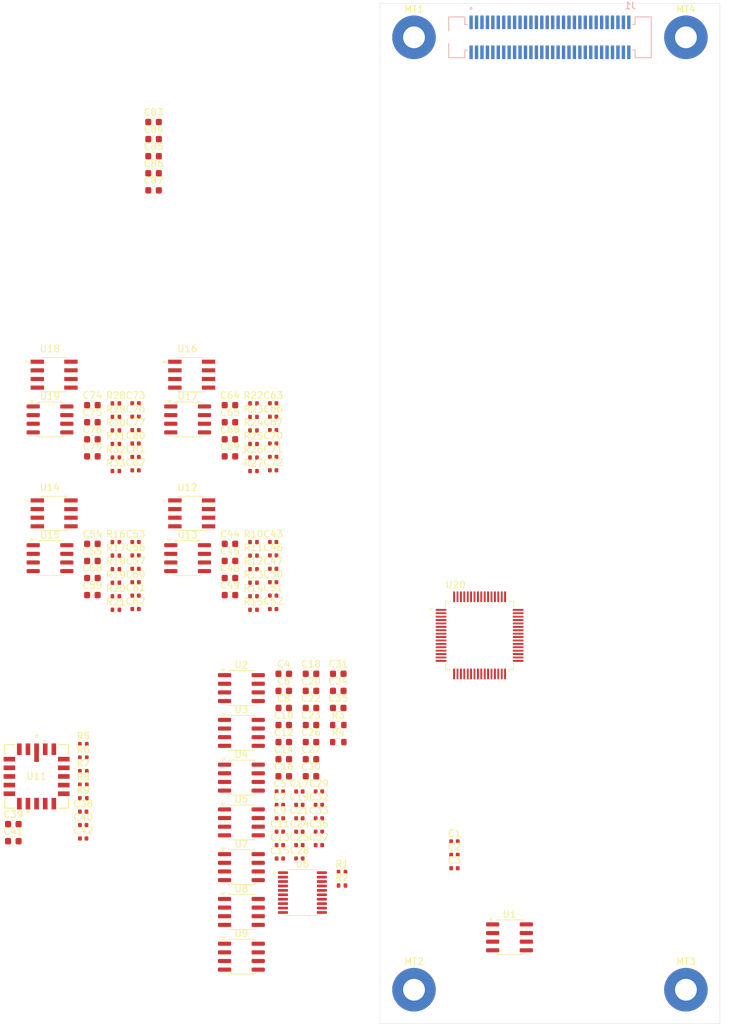
<source format=kicad_pcb>
(kicad_pcb (version 20241229) (generator "pcbnew") (generator_version "9.0")
  (layers (0 "F.Cu" signal) (2 "B.Cu" signal) (13 "F.Paste" user) (15 "B.Paste" user) (5 "F.SilkS" user "F.Silkscreen") (7 "B.SilkS" user "B.Silkscreen") (1 "F.Mask" user) (3 "B.Mask" user) (25 "Edge.Cuts" user))
  (net 0 "")
  (net 1 "GND")
  (net 2 "Net-(U6-R_{FB})")
  (net 3 "/DAC/dac_mon")
  (net 4 "-15V")
  (net 5 "+15V")
  (net 6 "+3.3V")
  (net 7 "/DAC/control_vout+")
  (net 8 "Net-(U7--)")
  (net 9 "/DAC/control_vout-")
  (net 10 "Net-(U9--)")
  (net 11 "/DAC/Voltage Reference/REF_OUT")
  (net 12 "Net-(U6-V_{REFPF})")
  (net 13 "Net-(U2A--)")
  (net 14 "Net-(U3A--)")
  (net 15 "Net-(U6-V_{REFNF})")
  (net 17 "Net-(U5-V_{IN})")
  (net 22 "Net-(U8-V_{IN})")
  (net 24 "Net-(U1--)")
  (net 26 "Net-(C2-Pad1)")
  (net 28 "/DAC/SYNCN")
  (net 29 "/DAC/SCLK")
  (net 30 "Net-(U1-+)")
  (net 31 "/DAC/SDIN")
  (net 36 "Net-(U11-BUF_S)")
  (net 37 "Net-(U11-TSET)")
  (net 38 "Net-(U11-HTR_ILIM)")
  (net 39 "Net-(U11-ISET)")
  (net 40 "Net-(U11-REF6P6_F)")
  (net 41 "Net-(U11-HTR_IN)")
  (net 42 "Net-(U11-BUF_INP)")
  (net 44 "/DAC/Voltage Reference/PWR_GOOD")
  (net 45 "Net-(U12-+)")
  (net 46 "Net-(U12--)")
  (net 47 "Net-(C50-Pad2)")
  (net 48 "Net-(U13--)")
  (net 49 "Net-(U14-+)")
  (net 50 "Net-(U14--)")
  (net 51 "Net-(U15--)")
  (net 52 "Net-(C60-Pad2)")
  (net 53 "Net-(U16-+)")
  (net 54 "Net-(U16--)")
  (net 55 "Net-(U17--)")
  (net 56 "Net-(C70-Pad2)")
  (net 57 "Net-(U18--)")
  (net 58 "Net-(U18-+)")
  (net 59 "Net-(U19--)")
  (net 60 "Net-(C80-Pad2)")
  (net 61 "/Monitor/monitor_ignd+")
  (net 62 "/Monitor/monitor_ignd-")
  (net 63 "Net-(R12-Pad2)")
  (net 64 "Net-(R12-Pad1)")
  (net 65 "Net-(R13-Pad2)")
  (net 66 "/Monitor/monitor_ignd/mon_out")
  (net 67 "/Monitor/monitor_dac+")
  (net 68 "/Monitor/monitor_dac-")
  (net 69 "Net-(R18-Pad2)")
  (net 70 "Net-(R18-Pad1)")
  (net 71 "Net-(R19-Pad2)")
  (net 72 "/Monitor/monitor_dac/mon_out")
  (net 73 "/Monitor/monitor_spare+")
  (net 74 "/Monitor/monitor_spare-")
  (net 75 "Net-(R24-Pad1)")
  (net 76 "Net-(R24-Pad2)")
  (net 77 "Net-(R25-Pad2)")
  (net 78 "/Monitor/monitor_spare/mon_out")
  (net 79 "/Monitor/monitor_vout+")
  (net 80 "/Monitor/monitor_vout-")
  (net 81 "Net-(R30-Pad1)")
  (net 82 "Net-(R30-Pad2)")
  (net 83 "Net-(R31-Pad2)")
  (net 84 "/Monitor/monitor_vout/mon_out")
  (net 87 "Net-(U20-REFAP)")
  (net 88 "Net-(U20-REFBP)")
  (net 89 "Net-(U20-REFCP)")
  (net 90 "Net-(U20-REFDP)")
  (net 91 "Net-(U20-REFIO)")
  (footprint "Capacitor_SMD:C_0402_1005Metric" (layer "F.Cu") (at 123.98 100.57)
    (property "Reference" "C63" (at 0 -1.16 0) (layer "F.SilkS"))
    (property "Value" "220pF")
    (pad "1" smd roundrect (at -0.48 0) (size 0.56 0.62) (layers "F.Cu" "F.Mask" "F.Paste") (net 53 "Net-(U16-+)"))
    (pad "2" smd roundrect (at 0.48 0) (size 0.56 0.62) (layers "F.Cu" "F.Mask" "F.Paste") (net 54 "Net-(U16--)"))
  )
  (footprint "Resistor_SMD:R_0402_1005Metric" (layer "F.Cu") (at 121.09 102.57)
    (property "Reference" "R23" (at 0 -1.17 0) (layer "F.SilkS"))
    (property "Value" "1K")
    (pad "1" smd roundrect (at -0.51 0) (size 0.54 0.64) (layers "F.Cu" "F.Mask" "F.Paste") (net 54 "Net-(U16--)"))
    (pad "2" smd roundrect (at 0.51 0) (size 0.54 0.64) (layers "F.Cu" "F.Mask" "F.Paste") (net 74 "/Monitor/monitor_spare-"))
  )
  (footprint "Capacitor_SMD:C_0402_1005Metric" (layer "F.Cu") (at 123.98 110.42)
    (property "Reference" "C72" (at 0 -1.16 0) (layer "F.SilkS"))
    (property "Value" "0.1uF")
    (pad "1" smd roundrect (at -0.48 0) (size 0.56 0.62) (layers "F.Cu" "F.Mask" "F.Paste") (net 5 "+15V"))
    (pad "2" smd roundrect (at 0.48 0) (size 0.56 0.62) (layers "F.Cu" "F.Mask" "F.Paste") (net 1 "GND"))
  )
  (footprint "Capacitor_SMD:C_0603_1608Metric" (layer "F.Cu") (at 133.56 145.35)
    (property "Reference" "C35" (at 0 -1.43 0) (layer "F.SilkS"))
    (property "Value" "10uF")
    (pad "1" smd roundrect (at -0.775 0) (size 0.9 0.95) (layers "F.Cu" "F.Mask" "F.Paste") (net 5 "+15V"))
    (pad "2" smd roundrect (at 0.775 0) (size 0.9 0.95) (layers "F.Cu" "F.Mask" "F.Paste") (net 1 "GND"))
  )
  (footprint "Capacitor_SMD:C_0603_1608Metric" (layer "F.Cu") (at 133.56 142.84)
    (property "Reference" "C34" (at 0 -1.43 0) (layer "F.SilkS"))
    (property "Value" "10uF")
    (pad "1" smd roundrect (at -0.775 0) (size 0.9 0.95) (layers "F.Cu" "F.Mask" "F.Paste") (net 4 "-15V"))
    (pad "2" smd roundrect (at 0.775 0) (size 0.9 0.95) (layers "F.Cu" "F.Mask" "F.Paste") (net 1 "GND"))
  )
  (footprint "Capacitor_SMD:C_0402_1005Metric" (layer "F.Cu") (at 127.84 165.51)
    (property "Reference" "C25" (at 0 -1.16 0) (layer "F.SilkS"))
    (property "Value" "0.1uF")
    (pad "1" smd roundrect (at -0.48 0) (size 0.56 0.62) (layers "F.Cu" "F.Mask" "F.Paste") (net 5 "+15V"))
    (pad "2" smd roundrect (at 0.48 0) (size 0.56 0.62) (layers "F.Cu" "F.Mask" "F.Paste") (net 1 "GND"))
  )
  (footprint "myparts:SOIC127P600X175-8N" (layer "F.Cu") (at 91.762 116.75)
    (property "Reference" "U14" (at -0.635 -3.81 0) (layer "F.SilkS"))
    (property "Value" "AD8221")
    (pad "1" smd rect (at -2.475 -1.905) (size 1.97 0.6) (layers "F.Cu" "F.Mask" "F.Paste") (net 50 "Net-(U14--)"))
    (pad "2" smd rect (at -2.475 -0.635) (size 1.97 0.6) (layers "F.Cu" "F.Mask" "F.Paste") (net 70 "Net-(R18-Pad1)"))
    (pad "3" smd rect (at -2.475 0.635) (size 1.97 0.6) (layers "F.Cu" "F.Mask" "F.Paste") (net 69 "Net-(R18-Pad2)"))
    (pad "4" smd rect (at -2.475 1.905) (size 1.97 0.6) (layers "F.Cu" "F.Mask" "F.Paste") (net 49 "Net-(U14-+)"))
    (pad "5" smd rect (at 2.475 1.905) (size 1.97 0.6) (layers "F.Cu" "F.Mask" "F.Paste") (net 4 "-15V"))
    (pad "6" smd rect (at 2.475 0.635) (size 1.97 0.6) (layers "F.Cu" "F.Mask" "F.Paste") (net 1 "GND"))
    (pad "7" smd rect (at 2.475 -0.635) (size 1.97 0.6) (layers "F.Cu" "F.Mask" "F.Paste") (net 71 "Net-(R19-Pad2)"))
    (pad "8" smd rect (at 2.475 -1.905) (size 1.97 0.6) (layers "F.Cu" "F.Mask" "F.Paste") (net 5 "+15V"))
  )
  (footprint "Package_SO:SOIC-8_3.9x4.9mm_P1.27mm" (layer "F.Cu") (at 91.16 102.94)
    (property "Reference" "U19" (at 0 -3.4 0) (layer "F.SilkS"))
    (property "Value" "OPA277")
    (pad "1" smd roundrect (at -2.475 -1.905) (size 1.95 0.6) (layers "F.Cu" "F.Mask" "F.Paste"))
    (pad "2" smd roundrect (at -2.475 -0.635) (size 1.95 0.6) (layers "F.Cu" "F.Mask" "F.Paste") (net 59 "Net-(U19--)"))
    (pad "3" smd roundrect (at -2.475 0.635) (size 1.95 0.6) (layers "F.Cu" "F.Mask" "F.Paste") (net 1 "GND"))
    (pad "4" smd roundrect (at -2.475 1.905) (size 1.95 0.6) (layers "F.Cu" "F.Mask" "F.Paste") (net 4 "-15V"))
    (pad "5" smd roundrect (at 2.475 1.905) (size 1.95 0.6) (layers "F.Cu" "F.Mask" "F.Paste"))
    (pad "6" smd roundrect (at 2.475 0.635) (size 1.95 0.6) (layers "F.Cu" "F.Mask" "F.Paste") (net 60 "Net-(C80-Pad2)"))
    (pad "7" smd roundrect (at 2.475 -0.635) (size 1.95 0.6) (layers "F.Cu" "F.Mask" "F.Paste") (net 5 "+15V"))
    (pad "8" smd roundrect (at 2.475 -1.905) (size 1.95 0.6) (layers "F.Cu" "F.Mask" "F.Paste"))
  )
  (footprint "Resistor_SMD:R_0402_1005Metric" (layer "F.Cu") (at 121.09 110.53)
    (property "Reference" "R27" (at 0 -1.17 0) (layer "F.SilkS"))
    (property "Value" "10")
    (pad "1" smd roundrect (at -0.51 0) (size 0.54 0.64) (layers "F.Cu" "F.Mask" "F.Paste") (net 78 "/Monitor/monitor_spare/mon_out"))
    (pad "2" smd roundrect (at 0.51 0) (size 0.54 0.64) (layers "F.Cu" "F.Mask" "F.Paste") (net 56 "Net-(C70-Pad2)"))
  )
  (footprint "Capacitor_SMD:C_0402_1005Metric" (layer "F.Cu") (at 103.74 128.84)
    (property "Reference" "C61" (at 0 -1.16 0) (layer "F.SilkS"))
    (property "Value" "0.1uF")
    (pad "1" smd roundrect (at -0.48 0) (size 0.56 0.62) (layers "F.Cu" "F.Mask" "F.Paste") (net 4 "-15V"))
    (pad "2" smd roundrect (at 0.48 0) (size 0.56 0.62) (layers "F.Cu" "F.Mask" "F.Paste") (net 1 "GND"))
  )
  (footprint "Capacitor_SMD:C_0603_1608Metric" (layer "F.Cu") (at 129.55 155.39)
    (property "Reference" "C30" (at 0 -1.43 0) (layer "F.SilkS"))
    (property "Value" "10uF")
    (pad "1" smd roundrect (at -0.775 0) (size 0.9 0.95) (layers "F.Cu" "F.Mask" "F.Paste") (net 4 "-15V"))
    (pad "2" smd roundrect (at 0.775 0) (size 0.9 0.95) (layers "F.Cu" "F.Mask" "F.Paste") (net 1 "GND"))
  )
  (footprint "Capacitor_SMD:C_0603_1608Metric" (layer "F.Cu") (at 106.39 61.735)
    (property "Reference" "C84" (at 0 -1.43 0) (layer "F.SilkS"))
    (property "Value" "10uF")
    (pad "1" smd roundrect (at -0.775 0) (size 0.9 0.95) (layers "F.Cu" "F.Mask" "F.Paste") (net 88 "Net-(U20-REFBP)"))
    (pad "2" smd roundrect (at 0.775 0) (size 0.9 0.95) (layers "F.Cu" "F.Mask" "F.Paste") (net 1 "GND"))
  )
  (footprint "Resistor_SMD:R_0402_1005Metric" (layer "F.Cu") (at 121.09 126.94)
    (property "Reference" "R13" (at 0 -1.17 0) (layer "F.SilkS"))
    (property "Value" "10K")
    (pad "1" smd roundrect (at -0.51 0) (size 0.54 0.64) (layers "F.Cu" "F.Mask" "F.Paste") (net 48 "Net-(U13--)"))
    (pad "2" smd roundrect (at 0.51 0) (size 0.54 0.64) (layers "F.Cu" "F.Mask" "F.Paste") (net 65 "Net-(R13-Pad2)"))
  )
  (footprint "Resistor_SMD:R_0402_1005Metric" (layer "F.Cu") (at 100.85 130.92)
    (property "Reference" "R21" (at 0 -1.17 0) (layer "F.SilkS"))
    (property "Value" "10")
    (pad "1" smd roundrect (at -0.51 0) (size 0.54 0.64) (layers "F.Cu" "F.Mask" "F.Paste") (net 72 "/Monitor/monitor_dac/mon_out"))
    (pad "2" smd roundrect (at 0.51 0) (size 0.54 0.64) (layers "F.Cu" "F.Mask" "F.Paste") (net 52 "Net-(C60-Pad2)"))
  )
  (footprint "Capacitor_SMD:C_0603_1608Metric" (layer "F.Cu") (at 125.54 152.88)
    (property "Reference" "C14" (at 0 -1.43 0) (layer "F.SilkS"))
    (property "Value" "10uF")
    (pad "1" smd roundrect (at -0.775 0) (size 0.9 0.95) (layers "F.Cu" "F.Mask" "F.Paste") (net 5 "+15V"))
    (pad "2" smd roundrect (at 0.775 0) (size 0.9 0.95) (layers "F.Cu" "F.Mask" "F.Paste") (net 1 "GND"))
  )
  (footprint "Capacitor_SMD:C_0402_1005Metric" (layer "F.Cu") (at 130.71 157.63)
    (property "Reference" "C29" (at 0 -1.16 0) (layer "F.SilkS"))
    (property "Value" "0.1uF")
    (pad "1" smd roundrect (at -0.48 0) (size 0.56 0.62) (layers "F.Cu" "F.Mask" "F.Paste") (net 5 "+15V"))
    (pad "2" smd roundrect (at 0.48 0) (size 0.56 0.62) (layers "F.Cu" "F.Mask" "F.Paste") (net 1 "GND"))
  )
  (footprint "Capacitor_SMD:C_0603_1608Metric" (layer "F.Cu") (at 106.39 66.755)
    (property "Reference" "C86" (at 0 -1.43 0) (layer "F.SilkS"))
    (property "Value" "10uF")
    (pad "1" smd roundrect (at -0.775 0) (size 0.9 0.95) (layers "F.Cu" "F.Mask" "F.Paste") (net 90 "Net-(U20-REFDP)"))
    (pad "2" smd roundrect (at 0.775 0) (size 0.9 0.95) (layers "F.Cu" "F.Mask" "F.Paste") (net 1 "GND"))
  )
  (footprint "Resistor_SMD:R_0402_1005Metric" (layer "F.Cu") (at 100.85 110.53)
    (property "Reference" "R33" (at 0 -1.17 0) (layer "F.SilkS"))
    (property "Value" "10")
    (pad "1" smd roundrect (at -0.51 0) (size 0.54 0.64) (layers "F.Cu" "F.Mask" "F.Paste") (net 84 "/Monitor/monitor_vout/mon_out"))
    (pad "2" smd roundrect (at 0.51 0) (size 0.54 0.64) (layers "F.Cu" "F.Mask" "F.Paste") (net 60 "Net-(C80-Pad2)"))
  )
  (footprint "Capacitor_SMD:C_0402_1005Metric" (layer "F.Cu") (at 124.97 163.54)
    (property "Reference" "C11" (at 0 -1.16 0) (layer "F.SilkS"))
    (property "Value" "0.1uF")
    (pad "1" smd roundrect (at -0.48 0) (size 0.56 0.62) (layers "F.Cu" "F.Mask" "F.Paste") (net 5 "+15V"))
    (pad "2" smd roundrect (at 0.48 0) (size 0.56 0.62) (layers "F.Cu" "F.Mask" "F.Paste") (net 1 "GND"))
  )
  (footprint "Capacitor_SMD:C_0402_1005Metric" (layer "F.Cu") (at 130.71 165.51)
    (property "Reference" "C37" (at 0 -1.16 0) (layer "F.SilkS"))
    (property "Value" "0.1uF")
    (pad "1" smd roundrect (at -0.48 0) (size 0.56 0.62) (layers "F.Cu" "F.Mask" "F.Paste") (net 5 "+15V"))
    (pad "2" smd roundrect (at 0.48 0) (size 0.56 0.62) (layers "F.Cu" "F.Mask" "F.Paste") (net 1 "GND"))
  )
  (footprint "Capacitor_SMD:C_0603_1608Metric" (layer "F.Cu") (at 117.63 128.76)
    (property "Reference" "C49" (at 0 -1.43 0) (layer "F.SilkS"))
    (property "Value" "10uF")
    (pad "1" smd roundrect (at -0.775 0) (size 0.9 0.95) (layers "F.Cu" "F.Mask" "F.Paste") (net 5 "+15V"))
    (pad "2" smd roundrect (at 0.775 0) (size 0.9 0.95) (layers "F.Cu" "F.Mask" "F.Paste") (net 1 "GND"))
  )
  (footprint "Capacitor_SMD:C_0402_1005Metric" (layer "F.Cu") (at 103.74 110.42)
    (property "Reference" "C82" (at 0 -1.16 0) (layer "F.SilkS"))
    (property "Value" "0.1uF")
    (pad "1" smd roundrect (at -0.48 0) (size 0.56 0.62) (layers "F.Cu" "F.Mask" "F.Paste") (net 5 "+15V"))
    (pad "2" smd roundrect (at 0.48 0) (size 0.56 0.62) (layers "F.Cu" "F.Mask" "F.Paste") (net 1 "GND"))
  )
  (footprint "MountingHole:MountingHole_3.2mm_M3_Pad_TopBottom" (layer "F.Cu") (at 144.7 186.77)
    (property "Reference" "MT2" (at 0 -4.15 0) (layer "F.SilkS"))
    (property "Value" "MountingHole_Pad")
    (pad "1" thru_hole circle (at 0 0) (size 3.6 3.6) (drill 3.2) (layers "*.Cu" "*.Mask") (net 1 "GND"))
    (pad "1" connect circle (at 0 0) (size 6.4 6.4) (layers "F.Cu" "F.Mask") (net 1 "GND"))
    (pad "1" connect circle (at 0 0) (size 6.4 6.4) (layers "B.Cu" "B.Mask") (net 1 "GND"))
  )
  (footprint "Capacitor_SMD:C_0402_1005Metric" (layer "F.Cu") (at 123.98 106.48)
    (property "Reference" "C70" (at 0 -1.16 0) (layer "F.SilkS"))
    (property "Value" "4700pF")
    (pad "1" smd roundrect (at -0.48 0) (size 0.56 0.62) (layers "F.Cu" "F.Mask" "F.Paste") (net 55 "Net-(U17--)"))
    (pad "2" smd roundrect (at 0.48 0) (size 0.56 0.62) (layers "F.Cu" "F.Mask" "F.Paste") (net 56 "Net-(C70-Pad2)"))
  )
  (footprint "Capacitor_SMD:C_0402_1005Metric" (layer "F.Cu") (at 96.04 160.595)
    (property "Reference" "C38" (at 0 -1.16 0) (layer "F.SilkS"))
    (property "Value" "0.1uF")
    (pad "1" smd roundrect (at -0.48 0) (size 0.56 0.62) (layers "F.Cu" "F.Mask" "F.Paste") (net 11 "/DAC/Voltage Reference/REF_OUT"))
    (pad "2" smd roundrect (at 0.48 0) (size 0.56 0.62) (layers "F.Cu" "F.Mask" "F.Paste") (net 36 "Net-(U11-BUF_S)"))
  )
  (footprint "Capacitor_SMD:C_0402_1005Metric" (layer "F.Cu") (at 124.97 157.63)
    (property "Reference" "C5" (at 0 -1.16 0) (layer "F.SilkS"))
    (property "Value" "0.1uF")
    (pad "1" smd roundrect (at -0.48 0) (size 0.56 0.62) (layers "F.Cu" "F.Mask" "F.Paste") (net 4 "-15V"))
    (pad "2" smd roundrect (at 0.48 0) (size 0.56 0.62) (layers "F.Cu" "F.Mask" "F.Paste") (net 1 "GND"))
  )
  (footprint "Resistor_SMD:R_0402_1005Metric" (layer "F.Cu") (at 96.06 152.645)
    (property "Reference" "R6" (at 0 -1.17 0) (layer "F.SilkS"))
    (property "Value" "10")
    (pad "1" smd roundrect (at -0.51 0) (size 0.54 0.64) (layers "F.Cu" "F.Mask" "F.Paste") (net 1 "GND"))
    (pad "2" smd roundrect (at 0.51 0) (size 0.54 0.64) (layers "F.Cu" "F.Mask" "F.Paste") (net 38 "Net-(U11-HTR_ILIM)"))
  )
  (footprint "Resistor_SMD:R_0402_1005Metric" (layer "F.Cu") (at 121.09 128.93)
    (property "Reference" "R14" (at 0 -1.17 0) (layer "F.SilkS"))
    (property "Value" "10K")
    (pad "1" smd roundrect (at -0.51 0) (size 0.54 0.64) (layers "F.Cu" "F.Mask" "F.Paste") (net 47 "Net-(C50-Pad2)"))
    (pad "2" smd roundrect (at 0.51 0) (size 0.54 0.64) (layers "F.Cu" "F.Mask" "F.Paste") (net 48 "Net-(U13--)"))
  )
  (footprint "Package_SO:SOIC-8_3.9x4.9mm_P1.27mm" (layer "F.Cu") (at 119.31 149.01)
    (property "Reference" "U3" (at 0 -3.4 0) (layer "F.SilkS"))
    (property "Value" "AD8676xR")
    (pad "1" smd roundrect (at -2.475 -1.905) (size 1.95 0.6) (layers "F.Cu" "F.Mask" "F.Paste") (net 15 "Net-(U6-V_{REFNF})"))
    (pad "2" smd roundrect (at -2.475 -0.635) (size 1.95 0.6) (layers "F.Cu" "F.Mask" "F.Paste") (net 14 "Net-(U3A--)"))
    (pad "3" smd roundrect (at -2.475 0.635) (size 1.95 0.6) (layers "F.Cu" "F.Mask" "F.Paste") (net 1 "GND"))
    (pad "4" smd roundrect (at -2.475 1.905) (size 1.95 0.6) (layers "F.Cu" "F.Mask" "F.Paste"))
    (pad "5" smd roundrect (at 2.475 1.905) (size 1.95 0.6) (layers "F.Cu" "F.Mask" "F.Paste"))
    (pad "6" smd roundrect (at 2.475 0.635) (size 1.95 0.6) (layers "F.Cu" "F.Mask" "F.Paste"))
    (pad "7" smd roundrect (at 2.475 -0.635) (size 1.95 0.6) (layers "F.Cu" "F.Mask" "F.Paste"))
    (pad "8" smd roundrect (at 2.475 -1.905) (size 1.95 0.6) (layers "F.Cu" "F.Mask" "F.Paste"))
  )
  (footprint "Package_SO:SOIC-8_3.9x4.9mm_P1.27mm" (layer "F.Cu") (at 119.31 142.43)
    (property "Reference" "U2" (at 0 -3.4 0) (layer "F.SilkS"))
    (property "Value" "AD8676xR")
    (pad "1" smd roundrect (at -2.475 -1.905) (size 1.95 0.6) (layers "F.Cu" "F.Mask" "F.Paste") (net 12 "Net-(U6-V_{REFPF})"))
    (pad "2" smd roundrect (at -2.475 -0.635) (size 1.95 0.6) (layers "F.Cu" "F.Mask" "F.Paste") (net 13 "Net-(U2A--)"))
    (pad "3" smd roundrect (at -2.475 0.635) (size 1.95 0.6) (layers "F.Cu" "F.Mask" "F.Paste") (net 11 "/DAC/Voltage Reference/REF_OUT"))
    (pad "4" smd roundrect (at -2.475 1.905) (size 1.95 0.6) (layers "F.Cu" "F.Mask" "F.Paste") (net 4 "-15V"))
    (pad "5" smd roundrect (at 2.475 1.905) (size 1.95 0.6) (layers "F.Cu" "F.Mask" "F.Paste"))
    (pad "6" smd roundrect (at 2.475 0.635) (size 1.95 0.6) (layers "F.Cu" "F.Mask" "F.Paste"))
    (pad "7" smd roundrect (at 2.475 -0.635) (size 1.95 0.6) (layers "F.Cu" "F.Mask" "F.Paste"))
    (pad "8" smd roundrect (at 2.475 -1.905) (size 1.95 0.6) (layers "F.Cu" "F.Mask" "F.Paste") (net 5 "+15V"))
  )
  (footprint "Capacitor_SMD:C_0402_1005Metric" (layer "F.Cu") (at 103.74 100.57)
    (property "Reference" "C73" (at 0 -1.16 0) (layer "F.SilkS"))
    (property "Value" "220pF")
    (pad "1" smd roundrect (at -0.48 0) (size 0.56 0.62) (layers "F.Cu" "F.Mask" "F.Paste") (net 58 "Net-(U18-+)"))
    (pad "2" smd roundrect (at 0.48 0) (size 0.56 0.62) (layers "F.Cu" "F.Mask" "F.Paste") (net 57 "Net-(U18--)"))
  )
  (footprint "Capacitor_SMD:C_0603_1608Metric" (layer "F.Cu") (at 125.54 145.35)
    (property "Reference" "C8" (at 0 -1.43 0) (layer "F.SilkS"))
    (property "Value" "10uF")
    (pad "1" smd roundrect (at -0.775 0) (size 0.9 0.95) (layers "F.Cu" "F.Mask" "F.Paste") (net 6 "+3.3V"))
    (pad "2" smd roundrect (at 0.775 0) (size 0.9 0.95) (layers "F.Cu" "F.Mask" "F.Paste") (net 1 "GND"))
  )
  (footprint "Capacitor_SMD:C_0402_1005Metric" (layer "F.Cu") (at 123.98 108.45)
    (property "Reference" "C71" (at 0 -1.16 0) (layer "F.SilkS"))
    (property "Value" "0.1uF")
    (pad "1" smd roundrect (at -0.48 0) (size 0.56 0.62) (layers "F.Cu" "F.Mask" "F.Paste") (net 4 "-15V"))
    (pad "2" smd roundrect (at 0.48 0) (size 0.56 0.62) (layers "F.Cu" "F.Mask" "F.Paste") (net 1 "GND"))
  )
  (footprint "Resistor_SMD:R_0402_1005Metric" (layer "F.Cu") (at 100.85 108.54)
    (property "Reference" "R32" (at 0 -1.17 0) (layer "F.SilkS"))
    (property "Value" "10K")
    (pad "1" smd roundrect (at -0.51 0) (size 0.54 0.64) (layers "F.Cu" "F.Mask" "F.Paste") (net 60 "Net-(C80-Pad2)"))
    (pad "2" smd roundrect (at 0.51 0) (size 0.54 0.64) (layers "F.Cu" "F.Mask" "F.Paste") (net 59 "Net-(U19--)"))
  )
  (footprint "Resistor_SMD:R_0402_1005Metric" (layer "F.Cu") (at 121.09 124.95)
    (property "Reference" "R12" (at 0 -1.17 0) (layer "F.SilkS"))
    (property "Value" "10")
    (pad "1" smd roundrect (at -0.51 0) (size 0.54 0.64) (layers "F.Cu" "F.Mask" "F.Paste") (net 64 "Net-(R12-Pad1)"))
    (pad "2" smd roundrect (at 0.51 0) (size 0.54 0.64) (layers "F.Cu" "F.Mask" "F.Paste") (net 63 "Net-(R12-Pad2)"))
  )
  (footprint "Capacitor_SMD:C_0603_1608Metric" (layer "F.Cu") (at 97.39 100.84)
    (property "Reference" "C74" (at 0 -1.43 0) (layer "F.SilkS"))
    (property "Value" "10uF")
    (pad "1" smd roundrect (at -0.775 0) (size 0.9 0.95) (layers "F.Cu" "F.Mask" "F.Paste") (net 4 "-15V"))
    (pad "2" smd roundrect (at 0.775 0) (size 0.9 0.95) (layers "F.Cu" "F.Mask" "F.Paste") (net 1 "GND"))
  )
  (footprint "Package_SO:TSSOP-20_4.4x6.5mm_P0.65mm" (layer "F.Cu") (at 128.285 172.49)
    (property "Reference" "U6" (at 0 -4.2 0) (layer "F.SilkS"))
    (property "Value" "AD5791BRUZ")
    (pad "1" smd roundrect (at -2.8625 -2.925) (size 1.475 0.4) (layers "F.Cu" "F.Mask" "F.Paste") (net 24 "Net-(U1--)"))
    (pad "2" smd roundrect (at -2.8625 -2.275) (size 1.475 0.4) (layers "F.Cu" "F.Mask" "F.Paste") (net 30 "Net-(U1-+)"))
    (pad "3" smd roundrect (at -2.8625 -1.625) (size 1.475 0.4) (layers "F.Cu" "F.Mask" "F.Paste") (net 13 "Net-(U2A--)"))
    (pad "4" smd roundrect (at -2.8625 -0.975) (size 1.475 0.4) (layers "F.Cu" "F.Mask" "F.Paste") (net 12 "Net-(U6-V_{REFPF})"))
    (pad "5" smd roundrect (at -2.8625 -0.325) (size 1.475 0.4) (layers "F.Cu" "F.Mask" "F.Paste") (net 5 "+15V"))
    (pad "6" smd roundrect (at -2.8625 0.325) (size 1.475 0.4) (layers "F.Cu" "F.Mask" "F.Paste") (net 6 "+3.3V"))
    (pad "7" smd roundrect (at -2.8625 0.975) (size 1.475 0.4) (layers "F.Cu" "F.Mask" "F.Paste") (net 6 "+3.3V"))
    (pad "8" smd roundrect (at -2.8625 1.625) (size 1.475 0.4) (layers "F.Cu" "F.Mask" "F.Paste") (net 1 "GND"))
    (pad "9" smd roundrect (at -2.8625 2.275) (size 1.475 0.4) (layers "F.Cu" "F.Mask" "F.Paste") (net 6 "+3.3V"))
    (pad "10" smd roundrect (at -2.8625 2.925) (size 1.475 0.4) (layers "F.Cu" "F.Mask" "F.Paste") (net 6 "+3.3V"))
    (pad "11" smd roundrect (at 2.8625 2.925) (size 1.475 0.4) (layers "F.Cu" "F.Mask" "F.Paste"))
    (pad "12" smd roundrect (at 2.8625 2.275) (size 1.475 0.4) (layers "F.Cu" "F.Mask" "F.Paste") (net 31 "/DAC/SDIN"))
    (pad "13" smd roundrect (at 2.8625 1.625) (size 1.475 0.4) (layers "F.Cu" "F.Mask" "F.Paste") (net 29 "/DAC/SCLK"))
    (pad "14" smd roundrect (at 2.8625 0.975) (size 1.475 0.4) (layers "F.Cu" "F.Mask" "F.Paste") (net 28 "/DAC/SYNCN"))
    (pad "15" smd roundrect (at 2.8625 0.325) (size 1.475 0.4) (layers "F.Cu" "F.Mask" "F.Paste") (net 1 "GND"))
    (pad "16" smd roundrect (at 2.8625 -0.325) (size 1.475 0.4) (layers "F.Cu" "F.Mask" "F.Paste") (net 15 "Net-(U6-V_{REFNF})"))
    (pad "17" smd roundrect (at 2.8625 -0.975) (size 1.475 0.4) (layers "F.Cu" "F.Mask" "F.Paste") (net 14 "Net-(U3A--)"))
    (pad "18" smd roundrect (at 2.8625 -1.625) (size 1.475 0.4) (layers "F.Cu" "F.Mask" "F.Paste") (net 4 "-15V"))
    (pad "19" smd roundrect (at 2.8625 -2.275) (size 1.475 0.4) (layers "F.Cu" "F.Mask" "F.Paste") (net 1 "GND"))
    (pad "20" smd roundrect (at 2.8625 -2.925) (size 1.475 0.4) (layers "F.Cu" "F.Mask" "F.Paste") (net 2 "Net-(U6-R_{FB})"))
  )
  (footprint "Resistor_SMD:R_0603_1608Metric" (layer "F.Cu") (at 133.56 150.37)
    (property "Reference" "R4" (at 0 -1.43 0) (layer "F.SilkS"))
    (property "Value" "100")
    (pad "1" smd roundrect (at -0.825 0) (size 0.8 0.95) (layers "F.Cu" "F.Mask" "F.Paste") (net 10 "Net-(U9--)"))
    (pad "2" smd roundrect (at 0.825 0) (size 0.8 0.95) (layers "F.Cu" "F.Mask" "F.Paste") (net 9 "/DAC/control_vout-"))
  )
  (footprint "Capacitor_SMD:C_0603_1608Metric" (layer "F.Cu") (at 117.63 123.74)
    (property "Reference" "C45" (at 0 -1.43 0) (layer "F.SilkS"))
    (property "Value" "10uF")
    (pad "1" smd roundrect (at -0.775 0) (size 0.9 0.95) (layers "F.Cu" "F.Mask" "F.Paste") (net 5 "+15V"))
    (pad "2" smd roundrect (at 0.775 0) (size 0.9 0.95) (layers "F.Cu" "F.Mask" "F.Paste") (net 1 "GND"))
  )
  (footprint "Capacitor_SMD:C_0603_1608Metric" (layer "F.Cu") (at 125.54 150.37)
    (property "Reference" "C12" (at 0 -1.43 0) (layer "F.SilkS"))
    (property "Value" "10uF")
    (pad "1" smd roundrect (at -0.775 0) (size 0.9 0.95) (layers "F.Cu" "F.Mask" "F.Paste") (net 4 "-15V"))
    (pad "2" smd roundrect (at 0.775 0) (size 0.9 0.95) (layers "F.Cu" "F.Mask" "F.Paste") (net 1 "GND"))
  )
  (footprint "Package_SO:SOIC-8_3.9x4.9mm_P1.27mm" (layer "F.Cu") (at 111.4 123.33)
    (property "Reference" "U13" (at 0 -3.4 0) (layer "F.SilkS"))
    (property "Value" "OPA277")
    (pad "1" smd roundrect (at -2.475 -1.905) (size 1.95 0.6) (layers "F.Cu" "F.Mask" "F.Paste"))
    (pad "2" smd roundrect (at -2.475 -0.635) (size 1.95 0.6) (layers "F.Cu" "F.Mask" "F.Paste") (net 48 "Net-(U13--)"))
    (pad "3" smd roundrect (at -2.475 0.635) (size 1.95 0.6) (layers "F.Cu" "F.Mask" "F.Paste") (net 1 "GND"))
    (pad "4" smd roundrect (at -2.475 1.905) (size 1.95 0.6) (layers "F.Cu" "F.Mask" "F.Paste") (net 4 "-15V"))
    (pad "5" smd roundrect (at 2.475 1.905) (size 1.95 0.6) (layers "F.Cu" "F.Mask" "F.Paste"))
    (pad "6" smd roundrect (at 2.475 0.635) (size 1.95 0.6) (layers "F.Cu" "F.Mask" "F.Paste") (net 47 "Net-(C50-Pad2)"))
    (pad "7" smd roundrect (at 2.475 -0.635) (size 1.95 0.6) (layers "F.Cu" "F.Mask" "F.Paste") (net 5 "+15V"))
    (pad "8" smd roundrect (at 2.475 -1.905) (size 1.95 0.6) (layers "F.Cu" "F.Mask" "F.Paste"))
  )
  (footprint "Resistor_SMD:R_0402_1005Metric" (layer "F.Cu") (at 96.06 154.635)
    (property "Reference" "R7" (at 0 -1.17 0) (layer "F.SilkS"))
    (property "Value" "120")
    (pad "1" smd roundrect (at -0.51 0) (size 0.54 0.64) (layers "F.Cu" "F.Mask" "F.Paste") (net 1 "GND"))
    (pad "2" smd roundrect (at 0.51 0) (size 0.54 0.64) (layers "F.Cu" "F.Mask" "F.Paste") (net 39 "Net-(U11-ISET)"))
  )
  (footprint "Capacitor_SMD:C_0603_1608Metric" (layer "F.Cu") (at 117.63 108.37)
    (property "Reference" "C69" (at 0 -1.43 0) (layer "F.SilkS"))
    (property "Value" "10uF")
    (pad "1" smd roundrect (at -0.775 0) (size 0.9 0.95) (layers "F.Cu" "F.Mask" "F.Paste") (net 5 "+15V"))
    (pad "2" smd roundrect (at 0.775 0) (size 0.9 0.95) (layers "F.Cu" "F.Mask" "F.Paste") (net 1 "GND"))
  )
  (footprint "Capacitor_SMD:C_0603_1608Metric" (layer "F.Cu") (at 129.55 147.86)
    (property "Reference" "C23" (at 0 -1.43 0) (layer "F.SilkS"))
    (property "Value" "10uF")
    (pad "1" smd roundrect (at -0.775 0) (size 0.9 0.95) (layers "F.Cu" "F.Mask" "F.Paste") (net 5 "+15V"))
    (pad "2" smd roundrect (at 0.775 0) (size 0.9 0.95) (layers "F.Cu" "F.Mask" "F.Paste") (net 1 "GND"))
  )
  (footprint "Capacitor_SMD:C_0402_1005Metric" (layer "F.Cu") (at 96.04 162.565)
    (property "Reference" "C40" (at 0 -1.16 0) (layer "F.SilkS"))
    (property "Value" "0.1uF")
    (pad "1" smd roundrect (at -0.48 0) (size 0.56 0.62) (layers "F.Cu" "F.Mask" "F.Paste") (net 5 "+15V"))
    (pad "2" smd roundrect (at 0.48 0) (size 0.56 0.62) (layers "F.Cu" "F.Mask" "F.Paste") (net 1 "GND"))
  )
  (footprint "Capacitor_SMD:C_0603_1608Metric" (layer "F.Cu") (at 125.54 155.39)
    (property "Reference" "C16" (at 0 -1.43 0) (layer "F.SilkS"))
    (property "Value" "10uF")
    (pad "1" smd roundrect (at -0.775 0) (size 0.9 0.95) (layers "F.Cu" "F.Mask" "F.Paste") (net 4 "-15V"))
    (pad "2" smd roundrect (at 0.775 0) (size 0.9 0.95) (layers "F.Cu" "F.Mask" "F.Paste") (net 1 "GND"))
  )
  (footprint "Capacitor_SMD:C_0402_1005Metric" (layer "F.Cu") (at 103.74 102.54)
    (property "Reference" "C76" (at 0 -1.16 0) (layer "F.SilkS"))
    (property "Value" "0.1uF")
    (pad "1" smd roundrect (at -0.48 0) (size 0.56 0.62) (layers "F.Cu" "F.Mask" "F.Paste") (net 4 "-15V"))
    (pad "2" smd roundrect (at 0.48 0) (size 0.56 0.62) (layers "F.Cu" "F.Mask" "F.Paste") (net 1 "GND"))
  )
  (footprint "Resistor_SMD:R_0402_1005Metric" (layer "F.Cu") (at 100.85 104.56)
    (property "Reference" "R30" (at 0 -1.17 0) (layer "F.SilkS"))
    (property "Value" "10")
    (pad "1" smd roundrect (at -0.51 0) (size 0.54 0.64) (layers "F.Cu" "F.Mask" "F.Paste") (net 81 "Net-(R30-Pad1)"))
    (pad "2" smd roundrect (at 0.51 0) (size 0.54 0.64) (layers "F.Cu" "F.Mask" "F.Paste") (net 82 "Net-(R30-Pad2)"))
  )
  (footprint "Capacitor_SMD:C_0402_1005Metric" (layer "F.Cu") (at 103.74 122.93)
    (property "Reference" "C56" (at 0 -1.16 0) (layer "F.SilkS"))
    (property "Value" "0.1uF")
    (pad "1" smd roundrect (at -0.48 0) (size 0.56 0.62) (layers "F.Cu" "F.Mask" "F.Paste") (net 4 "-15V"))
    (pad "2" smd roundrect (at 0.48 0) (size 0.56 0.62) (layers "F.Cu" "F.Mask" "F.Paste") (net 1 "GND"))
  )
  (footprint "Capacitor_SMD:C_0603_1608Metric" (layer "F.Cu") (at 129.55 142.84)
    (property "Reference" "C20" (at 0 -1.43 0) (layer "F.SilkS"))
    (property "Value" "10uF")
    (pad "1" smd roundrect (at -0.775 0) (size 0.9 0.95) (layers "F.Cu" "F.Mask" "F.Paste") (net 4 "-15V"))
    (pad "2" smd roundrect (at 0.775 0) (size 0.9 0.95) (layers "F.Cu" "F.Mask" "F.Paste") (net 1 "GND"))
  )
  (footprint "Capacitor_SMD:C_0603_1608Metric" (layer "F.Cu") (at 117.63 121.23)
    (property "Reference" "C44" (at 0 -1.43 0) (layer "F.SilkS"))
    (property "Value" "10uF")
    (pad "1" smd roundrect (at -0.775 0) (size 0.9 0.95) (layers "F.Cu" "F.Mask" "F.Paste") (net 4 "-15V"))
    (pad "2" smd roundrect (at 0.775 0) (size 0.9 0.95) (layers "F.Cu" "F.Mask" "F.Paste") (net 1 "GND"))
  )
  (footprint "Capacitor_SMD:C_0402_1005Metric" (layer "F.Cu") (at 103.74 124.9)
    (property "Reference" "C57" (at 0 -1.16 0) (layer "F.SilkS"))
    (property "Value" "0.1uF")
    (pad "1" smd roundrect (at -0.48 0) (size 0.56 0.62) (layers "F.Cu" "F.Mask" "F.Paste") (net 5 "+15V"))
    (pad "2" smd roundrect (at 0.48 0) (size 0.56 0.62) (layers "F.Cu" "F.Mask" "F.Paste") (net 1 "GND"))
  )
  (footprint "Resistor_SMD:R_0402_1005Metric" (layer "F.Cu") (at 121.09 130.92)
    (property "Reference" "R15" (at 0 -1.17 0) (layer "F.SilkS"))
    (property "Value" "10")
    (pad "1" smd roundrect (at -0.51 0) (size 0.54 0.64) (layers "F.Cu" "F.Mask" "F.Paste") (net 66 "/Monitor/monitor_ignd/mon_out"))
    (pad "2" smd roundrect (at 0.51 0) (size 0.54 0.64) (layers "F.Cu" "F.Mask" "F.Paste") (net 47 "Net-(C50-Pad2)"))
  )
  (footprint "Capacitor_SMD:C_0402_1005Metric" (layer "F.Cu") (at 123.98 126.87)
    (property "Reference" "C50" (at 0 -1.16 0) (layer "F.SilkS"))
    (property "Value" "4700pF")
    (pad "1" smd roundrect (at -0.48 0) (size 0.56 0.62) (layers "F.Cu" "F.Mask" "F.Paste") (net 48 "Net-(U13--)"))
    (pad "2" smd roundrect (at 0.48 0) (size 0.56 0.62) (layers "F.Cu" "F.Mask" "F.Paste") (net 47 "Net-(C50-Pad2)"))
  )
  (footprint "Capacitor_SMD:C_0603_1608Metric" (layer "F.Cu") (at 117.63 103.35)
    (property "Reference" "C65" (at 0 -1.43 0) (layer "F.SilkS"))
    (property "Value" "10uF")
    (pad "1" smd roundrect (at -0.775 0) (size 0.9 0.95) (layers "F.Cu" "F.Mask" "F.Paste") (net 5 "+15V"))
    (pad "2" smd roundrect (at 0.775 0) (size 0.9 0.95) (layers "F.Cu" "F.Mask" "F.Paste") (net 1 "GND"))
  )
  (footprint "Resistor_SMD:R_0402_1005Metric" (layer "F.Cu") (at 121.09 120.97)
    (property "Reference" "R10" (at 0 -1.17 0) (layer "F.SilkS"))
    (property "Value" "1K")
    (pad "1" smd roundrect (at -0.51 0) (size 0.54 0.64) (layers "F.Cu" "F.Mask" "F.Paste") (net 45 "Net-(U12-+)"))
    (pad "2" smd roundrect (at 0.51 0) (size 0.54 0.64) (layers "F.Cu" "F.Mask" "F.Paste") (net 61 "/Monitor/monitor_ignd+"))
  )
  (footprint "Capacitor_SMD:C_0402_1005Metric" (layer "F.Cu") (at 123.98 122.93)
    (property "Reference" "C46" (at 0 -1.16 0) (layer "F.SilkS"))
    (property "Value" "0.1uF")
    (pad "1" smd roundrect (at -0.48 0) (size 0.56 0.62) (layers "F.Cu" "F.Mask" "F.Paste") (net 4 "-15V"))
    (pad "2" smd roundrect (at 0.48 0) (size 0.56 0.62) (layers "F.Cu" "F.Mask" "F.Paste") (net 1 "GND"))
  )
  (footprint "Resistor_SMD:R_0402_1005Metric" (layer "F.Cu") (at 100.85 102.57)
    (property "Reference" "R29" (at 0 -1.17 0) (layer "F.SilkS"))
    (property "Value" "1K")
    (pad "1" smd roundrect (at -0.51 0) (size 0.54 0.64) (layers "F.Cu" "F.Mask" "F.Paste") (net 57 "Net-(U18--)"))
    (pad "2" smd roundrect (at 0.51 0) (size 0.54 0.64) (layers "F.Cu" "F.Mask" "F.Paste") (net 80 "/Monitor/monitor_vout-"))
  )
  (footprint "Capacitor_SMD:C_0402_1005Metric" (layer "F.Cu") (at 127.84 167.48)
    (property "Reference" "C28" (at 0 -1.16 0) (layer "F.SilkS"))
    (property "Value" "0.1uF")
    (pad "1" smd roundrect (at -0.48 0) (size 0.56 0.62) (layers "F.Cu" "F.Mask" "F.Paste") (net 4 "-15V"))
    (pad "2" smd roundrect (at 0.48 0) (size 0.56 0.62) (layers "F.Cu" "F.Mask" "F.Paste") (net 1 "GND"))
  )
  (footprint "Capacitor_SMD:C_0402_1005Metric" (layer "F.Cu") (at 103.74 126.87)
    (property "Reference" "C60" (at 0 -1.16 0) (layer "F.SilkS"))
    (property "Value" "4700pF")
    (pad "1" smd roundrect (at -0.48 0) (size 0.56 0.62) (layers "F.Cu" "F.Mask" "F.Paste") (net 51 "Net-(U15--)"))
    (pad "2" smd roundrect (at 0.48 0) (size 0.56 0.62) (layers "F.Cu" "F.Mask" "F.Paste") (net 52 "Net-(C60-Pad2)"))
  )
  (footprint "Package_SO:SOIC-8_3.9x4.9mm_P1.27mm" (layer "F.Cu") (at 119.31 175.33)
    (property "Reference" "U8" (at 0 -3.4 0) (layer "F.SilkS"))
    (property "Value" "BUF634AxD")
    (pad "1" smd roundrect (at -2.475 -1.905) (size 1.95 0.6) (layers "F.Cu" "F.Mask" "F.Paste"))
    (pad "2" smd roundrect (at -2.475 -0.635) (size 1.95 0.6) (layers "F.Cu" "F.Mask" "F.Paste"))
    (pad "3" smd roundrect (at -2.475 0.635) (size 1.95 0.6) (layers "F.Cu" "F.Mask" "F.Paste") (net 22 "Net-(U8-V_{IN})"))
    (pad "4" smd roundrect (at -2.475 1.905) (size 1.95 0.6) (layers "F.Cu" "F.Mask" "F.Paste") (net 4 "-15V"))
    (pad "5" smd roundrect (at 2.475 1.905) (size 1.95 0.6) (layers "F.Cu" "F.Mask" "F.Paste"))
    (pad "6" smd roundrect (at 2.475 0.635) (size 1.95 0.6) (layers "F.Cu" "F.Mask" "F.Paste") (net 10 "Net-(U9--)"))
    (pad "7" smd roundrect (at 2.475 -0.635) (size 1.95 0.6) (layers "F.Cu" "F.Mask" "F.Paste") (net 5 "+15V"))
    (pad "8" smd roundrect (at 2.475 -1.905) (size 1.95 0.6) (layers "F.Cu" "F.Mask" "F.Paste"))
  )
  (footprint "Capacitor_SMD:C_0402_1005Metric" (layer "F.Cu") (at 124.97 161.57)
    (property "Reference" "C9" (at 0 -1.16 0) (layer "F.SilkS"))
    (property "Value" "0.1uF")
    (pad "1" smd roundrect (at -0.48 0) (size 0.56 0.62) (layers "F.Cu" "F.Mask" "F.Paste") (net 6 "+3.3V"))
    (pad "2" smd roundrect (at 0.48 0) (size 0.56 0.62) (layers "F.Cu" "F.Mask" "F.Paste") (net 1 "GND"))
  )
  (footprint "Capacitor_SMD:C_0603_1608Metric" (layer "F.Cu") (at 117.63 126.25)
    (property "Reference" "C48" (at 0 -1.43 0) (layer "F.SilkS"))
    (property "Value" "10uF")
    (pad "1" smd roundrect (at -0.775 0) (size 0.9 0.95) (layers "F.Cu" "F.Mask" "F.Paste") (net 4 "-15V"))
    (pad "2" smd roundrect (at 0.775 0) (size 0.9 0.95) (layers "F.Cu" "F.Mask" "F.Paste") (net 1 "GND"))
  )
  (footprint "Capacitor_SMD:C_0402_1005Metric" (layer "F.Cu") (at 123.98 128.84)
    (property "Reference" "C51" (at 0 -1.16 0) (layer "F.SilkS"))
    (property "Value" "0.1uF")
    (pad "1" smd roundrect (at -0.48 0) (size 0.56 0.62) (layers "F.Cu" "F.Mask" "F.Paste") (net 4 "-15V"))
    (pad "2" smd roundrect (at 0.48 0) (size 0.56 0.62) (layers "F.Cu" "F.Mask" "F.Paste") (net 1 "GND"))
  )
  (footprint "Resistor_SMD:R_0402_1005Metric" (layer "F.Cu") (at 100.85 126.94)
    (property "Reference" "R19" (at 0 -1.17 0) (layer "F.SilkS"))
    (property "Value" "10K")
    (pad "1" smd roundrect (at -0.51 0) (size 0.54 0.64) (layers "F.Cu" "F.Mask" "F.Paste") (net 51 "Net-(U15--)"))
    (pad "2" smd roundrect (at 0.51 0) (size 0.54 0.64) (layers "F.Cu" "F.Mask" "F.Paste") (net 71 "Net-(R19-Pad2)"))
  )
  (footprint "Capacitor_SMD:C_0603_1608Metric" (layer "F.Cu") (at 129.55 150.37)
    (property "Reference" "C26" (at 0 -1.43 0) (layer "F.SilkS"))
    (property "Value" "10uF")
    (pad "1" smd roundrect (at -0.775 0) (size 0.9 0.95) (layers "F.Cu" "F.Mask" "F.Paste") (net 4 "-15V"))
    (pad "2" smd roundrect (at 0.775 0) (size 0.9 0.95) (layers "F.Cu" "F.Mask" "F.Paste") (net 1 "GND"))
  )
  (footprint "Package_SO:SOIC-8_3.9x4.9mm_P1.27mm" (layer "F.Cu") (at 119.31 162.17)
    (property "Reference" "U5" (at 0 -3.4 0) (layer "F.SilkS"))
    (property "Value" "BUF634AxD")
    (pad "1" smd roundrect (at -2.475 -1.905) (size 1.95 0.6) (layers "F.Cu" "F.Mask" "F.Paste"))
    (pad "2" smd roundrect (at -2.475 -0.635) (size 1.95 0.6) (layers "F.Cu" "F.Mask" "F.Paste"))
    (pad "3" smd roundrect (at -2.475 0.635) (size 1.95 0.6) (layers "F.Cu" "F.Mask" "F.Paste") (net 17 "Net-(U5-V_{IN})"))
    (pad "4" smd roundrect (at -2.475 1.905) (size 1.95 0.6) (layers "F.Cu" "F.Mask" "F.Paste") (net 4 "-15V"))
    (pad "5" smd roundrect (at 2.475 1.905) (size 1.95 0.6) (layers "F.Cu" "F.Mask" "F.Paste"))
    (pad "6" smd roundrect (at 2.475 0.635) (size 1.95 0.6) (layers "F.Cu" "F.Mask" "F.Paste") (net 8 "Net-(U7--)"))
    (pad "7" smd roundrect (at 2.475 -0.635) (size 1.95 0.6) (layers "F.Cu" "F.Mask" "F.Paste") (net 5 "+15V"))
    (pad "8" smd roundrect (at 2.475 -1.905) (size 1.95 0.6) (layers "F.Cu" "F.Mask" "F.Paste"))
  )
  (footprint "Resistor_SMD:R_0402_1005Metric" (layer "F.Cu") (at 100.85 106.55)
    (property "Reference" "R31" (at 0 -1.17 0) (layer "F.SilkS"))
    (property "Value" "10K")
    (pad "1" smd roundrect (at -0.51 0) (size 0.54 0.64) (layers "F.Cu" "F.Mask" "F.Paste") (net 59 "Net-(U19--)"))
    (pad "2" smd roundrect (at 0.51 0) (size 0.54 0.64) (layers "F.Cu" "F.Mask" "F.Paste") (net 83 "Net-(R31-Pad2)"))
  )
  (footprint "Resistor_SMD:R_0402_1005Metric" (layer "F.Cu") (at 121.09 100.58)
    (property "Reference" "R22" (at 0 -1.17 0) (layer "F.SilkS"))
    (property "Value" "1K")
    (pad "1" smd roundrect (at -0.51 0) (size 0.54 0.64) (layers "F.Cu" "F.Mask" "F.Paste") (net 53 "Net-(U16-+)"))
    (pad "2" smd roundrect (at 0.51 0) (size 0.54 0.64) (layers "F.Cu" "F.Mask" "F.Paste") (net 73 "/Monitor/monitor_spare+"))
  )
  (footprint "MountingHole:MountingHole_3.2mm_M3_Pad_TopBottom" (layer "F.Cu") (at 184.7 46.77)
    (property "Reference" "MT4" (at 0 -4.15 0) (layer "F.SilkS"))
    (property "Value" "MountingHole_Pad")
    (pad "1" thru_hole circle (at 0 0) (size 3.6 3.6) (drill 3.2) (layers "*.Cu" "*.Mask") (net 1 "GND"))
    (pad "1" connect circle (at 0 0) (size 6.4 6.4) (layers "F.Cu" "F.Mask") (net 1 "GND"))
    (pad "1" connect circle (at 0 0) (size 6.4 6.4) (layers "B.Cu" "B.Mask") (net 1 "GND"))
  )
  (footprint "Resistor_SMD:R_0402_1005Metric" (layer "F.Cu") (at 121.09 108.54)
    (property "Reference" "R26" (at 0 -1.17 0) (layer "F.SilkS"))
    (property "Value" "10K")
    (pad "1" smd roundrect (at -0.51 0) (size 0.54 0.64) (layers "F.Cu" "F.Mask" "F.Paste") (net 56 "Net-(C70-Pad2)"))
    (pad "2" smd roundrect (at 0.51 0) (size 0.54 0.64) (layers "F.Cu" "F.Mask" "F.Paste") (net 55 "Net-(U17--)"))
  )
  (footprint "myparts:E-20-1_ADI" (layer "F.Cu") (at 89.1826 155.4178)
    (property "Reference" "U11" (at 0 0 0) (layer "F.SilkS"))
    (property "Value" "ADR1001AEZ")
    (fp_text user "*" (at 0 -5.6388 0) (layer "F.SilkS"))
    (fp_text user "*" (at 0 -5.6388 0) (layer "F.SilkS"))
    (pad "1" smd rect (at 0 -3.4925) (size 0.6858 2.7178) (layers "F.Cu" "F.Mask" "F.Paste") (net 39 "Net-(U11-ISET)"))
    (pad "2" smd rect (at -1.27 -4.0005) (size 0.6858 1.7018) (layers "F.Cu" "F.Mask" "F.Paste"))
    (pad "3" smd rect (at -2.54 -4.0005) (size 0.6858 1.7018) (layers "F.Cu" "F.Mask" "F.Paste") (net 37 "Net-(U11-TSET)"))
    (pad "4" smd rect (at -4.0005 -2.54 90) (size 0.6858 1.7018) (layers "F.Cu" "F.Mask" "F.Paste") (net 40 "Net-(U11-REF6P6_F)"))
    (pad "5" smd rect (at -4.0005 -1.27 90) (size 0.6858 1.7018) (layers "F.Cu" "F.Mask" "F.Paste") (net 40 "Net-(U11-REF6P6_F)"))
    (pad "6" smd rect (at -4.0005 0 90) (size 0.6858 1.7018) (layers "F.Cu" "F.Mask" "F.Paste") (net 40 "Net-(U11-REF6P6_F)"))
    (pad "7" smd rect (at -4.0005 1.27 90) (size 0.6858 1.7018) (layers "F.Cu" "F.Mask" "F.Paste") (net 36 "Net-(U11-BUF_S)"))
    (pad "8" smd rect (at -4.0005 2.54 90) (size 0.6858 1.7018) (layers "F.Cu" "F.Mask" "F.Paste") (net 1 "GND"))
    (pad "9" smd rect (at -2.54 4.0005) (size 0.6858 1.7018) (layers "F.Cu" "F.Mask" "F.Paste") (net 36 "Net-(U11-BUF_S)"))
    (pad "10" smd rect (at -1.27 4.0005) (size 0.6858 1.7018) (layers "F.Cu" "F.Mask" "F.Paste") (net 42 "Net-(U11-BUF_INP)"))
    (pad "11" smd rect (at 0 4.0005) (size 0.6858 1.7018) (layers "F.Cu" "F.Mask" "F.Paste") (net 42 "Net-(U11-BUF_INP)"))
    (pad "12" smd rect (at 1.27 4.0005) (size 0.6858 1.7018) (layers "F.Cu" "F.Mask" "F.Paste") (net 11 "/DAC/Voltage Reference/REF_OUT"))
    (pad "13" smd rect (at 2.54 4.0005) (size 0.6858 1.7018) (layers "F.Cu" "F.Mask" "F.Paste") (net 1 "GND"))
    (pad "14" smd rect (at 4.0005 2.54 90) (size 0.6858 1.7018) (layers "F.Cu" "F.Mask" "F.Paste") (net 1 "GND"))
    (pad "15" smd rect (at 4.0005 1.27 90) (size 0.6858 1.7018) (layers "F.Cu" "F.Mask" "F.Paste") (net 1 "GND"))
    (pad "16" smd rect (at 4.0005 0 90) (size 0.6858 1.7018) (layers "F.Cu" "F.Mask" "F.Paste") (net 1 "GND"))
    (pad "17" smd rect (at 4.0005 -1.27 90) (size 0.6858 1.7018) (layers "F.Cu" "F.Mask" "F.Paste") (net 38 "Net-(U11-HTR_ILIM)"))
    (pad "18" smd rect (at 4.0005 -2.54 90) (size 0.6858 1.7018) (layers "F.Cu" "F.Mask" "F.Paste") (net 41 "Net-(U11-HTR_IN)"))
    (pad "19" smd rect (at 2.54 -4.0005) (size 0.6858 1.7018) (layers "F.Cu" "F.Mask" "F.Paste") (net 5 "+15V"))
    (pad "20" smd rect (at 1.27 -4.0005) (size 0.6858 1.7018) (layers "F.Cu" "F.Mask" "F.Paste") (net 44 "/DAC/Voltage Reference/PWR_GOOD"))
  )
  (footprint "Capacitor_SMD:C_0402_1005Metric" (layer "F.Cu") (at 123.98 124.9)
    (property "Reference" "C47" (at 0 -1.16 0) (layer "F.SilkS"))
    (property "Value" "0.1uF")
    (pad "1" smd roundrect (at -0.48 0) (size 0.56 0.62) (layers "F.Cu" "F.Mask" "F.Paste") (net 5 "+15V"))
    (pad "2" smd roundrect (at 0.48 0) (size 0.56 0.62) (layers "F.Cu" "F.Mask" "F.Paste") (net 1 "GND"))
  )
  (footprint "Capacitor_SMD:C_0603_1608Metric" (layer "F.Cu") (at 97.39 103.35)
    (property "Reference" "C75" (at 0 -1.43 0) (layer "F.SilkS"))
    (property "Value" "10uF")
    (pad "1" smd roundrect (at -0.775 0) (size 0.9 0.95) (layers "F.Cu" "F.Mask" "F.Paste") (net 5 "+15V"))
    (pad "2" smd roundrect (at 0.775 0) (size 0.9 0.95) (layers "F.Cu" "F.Mask" "F.Paste") (net 1 "GND"))
  )
  (footprint "Capacitor_SMD:C_0603_1608Metric" (layer "F.Cu") (at 106.39 64.245)
    (property "Reference" "C85" (at 0 -1.43 0) (layer "F.SilkS"))
    (property "Value" "10uF")
    (pad "1" smd roundrect (at -0.775 0) (size 0.9 0.95) (layers "F.Cu" "F.Mask" "F.Paste") (net 89 "Net-(U20-REFCP)"))
    (pad "2" smd roundrect (at 0.775 0) (size 0.9 0.95) (layers "F.Cu" "F.Mask" "F.Paste") (net 1 "GND"))
  )
  (footprint "Capacitor_SMD:C_0603_1608Metric" (layer "F.Cu") (at 97.39 108.37)
    (property "Reference" "C79" (at 0 -1.43 0) (layer "F.SilkS"))
    (property "Value" "10uF")
    (pad "1" smd roundrect (at -0.775 0) (size 0.9 0.95) (layers "F.Cu" "F.Mask" "F.Paste") (net 5 "+15V"))
    (pad "2" smd roundrect (at 0.775 0) (size 0.9 0.95) (layers "F.Cu" "F.Mask" "F.Paste") (net 1 "GND"))
  )
  (footprint "Capacitor_SMD:C_0402_1005Metric" (layer "F.Cu") (at 123.98 104.51)
    (property "Reference" "C67" (at 0 -1.16 0) (layer "F.SilkS"))
    (property "Value" "0.1uF")
    (pad "1" smd roundrect (at -0.48 0) (size 0.56 0.62) (layers "F.Cu" "F.Mask" "F.Paste") (net 5 "+15V"))
    (pad "2" smd roundrect (at 0.48 0) (size 0.56 0.62) (layers "F.Cu" "F.Mask" "F.Paste") (net 1 "GND"))
  )
  (footprint "Capacitor_SMD:C_0603_1608Metric" (layer "F.Cu") (at 97.39 126.25)
    (property "Reference" "C58" (at 0 -1.43 0) (layer "F.SilkS"))
    (property "Value" "10uF")
    (pad "1" smd roundrect (at -0.775 0) (size 0.9 0.95) (layers "F.Cu" "F.Mask" "F.Paste") (net 4 "-15V"))
    (pad "2" smd roundrect (at 0.775 0) (size 0.9 0.95) (layers "F.Cu" "F.Mask" "F.Paste") (net 1 "GND"))
  )
  (footprint "Capacitor_SMD:C_0402_1005Metric" (layer "F.Cu") (at 123.98 120.96)
    (property "Reference" "C43" (at 0 -1.16 0) (layer "F.SilkS"))
    (property "Value" "220pF")
    (pad "1" smd roundrect (at -0.48 0) (size 0.56 0.62) (layers "F.Cu" "F.Mask" "F.Paste") (net 45 "Net-(U12-+)"))
    (pad "2" smd roundrect (at 0.48 0) (size 0.56 0.62) (layers "F.Cu" "F.Mask" "F.Paste") (net 46 "Net-(U12--)"))
  )
  (footprint "Capacitor_SMD:C_0402_1005Metric" (layer "F.Cu") (at 130.71 163.54)
    (property "Reference" "C36" (at 0 -1.16 0) (layer "F.SilkS"))
    (property "Value" "0.1uF")
    (pad "1" smd roundrect (at -0.48 0) (size 0.56 0.62) (layers "F.Cu" "F.Mask" "F.Paste") (net 4 "-15V"))
    (pad "2" smd roundrect (at 0.48 0) (size 0.56 0.62) (layers "F.Cu" "F.Mask" "F.Paste") (net 1 "GND"))
  )
  (footprint "Capacitor_SMD:C_0402_1005Metric" (layer "F.Cu") (at 127.84 159.6)
    (property "Reference" "C19" (at 0 -1.16 0) (layer "F.SilkS"))
    (property "Value" "0.1uF")
    (pad "1" smd roundrect (at -0.48 0) (size 0.56 0.62) (layers "F.Cu" "F.Mask" "F.Paste") (net 5 "+15V"))
    (pad "2" smd roundrect (at 0.48 0) (size 0.56 0.62) (layers "F.Cu" "F.Mask" "F.Paste") (net 1 "GND"))
  )
  (footprint "Capacitor_SMD:C_0603_1608Metric" (layer "F.Cu") (at 133.56 140.33)
    (property "Reference" "C31" (at 0 -1.43 0) (layer "F.SilkS"))
    (property "Value" "10uF")
    (pad "1" smd roundrect (at -0.775 0) (size 0.9 0.95) (layers "F.Cu" "F.Mask" "F.Paste") (net 5 "+15V"))
    (pad "2" smd roundrect (at 0.775 0) (size 0.9 0.95) (layers "F.Cu" "F.Mask" "F.Paste") (net 1 "GND"))
  )
  (footprint "Capacitor_SMD:C_0603_1608Metric" (layer "F.Cu") (at 129.55 140.33)
    (property "Reference" "C18" (at 0 -1.43 0) (layer "F.SilkS"))
    (property "Value" "10uF")
    (pad "1" smd roundrect (at -0.775 0) (size 0.9 0.95) (layers "F.Cu" "F.Mask" "F.Paste") (net 5 "+15V"))
    (pad "2" smd roundrect (at 0.775 0) (size 0.9 0.95) (layers "F.Cu" "F.Mask" "F.Paste") (net 1 "GND"))
  )
  (footprint "Capacitor_SMD:C_0402_1005Metric" (layer "F.Cu") (at 96.04 164.535)
    (property "Reference" "C42" (at 0 -1.16 0) (layer "F.SilkS"))
    (property "Value" "0.1uF")
    (pad "1" smd roundrect (at -0.48 0) (size 0.56 0.62) (layers "F.Cu" "F.Mask" "F.Paste") (net 11 "/DAC/Voltage Reference/REF_OUT"))
    (pad "2" smd roundrect (at 0.48 0) (size 0.56 0.62) (layers "F.Cu" "F.Mask" "F.Paste") (net 1 "GND"))
  )
  (footprint "Package_SO:SOIC-8_3.9x4.9mm_P1.27mm" (layer "F.Cu") (at 158.75 179.07)
    (property "Reference" "U1" (at 0 -3.4 0) (layer "F.SilkS"))
    (property "Value" "AD797")
    (pad "1" smd roundrect (at -2.475 -1.905) (size 1.95 0.6) (layers "F.Cu" "F.Mask" "F.Paste"))
    (pad "2" smd roundrect (at -2.475 -0.635) (size 1.95 0.6) (layers "F.Cu" "F.Mask" "F.Paste") (net 24 "Net-(U1--)"))
    (pad "3" smd roundrect (at -2.475 0.635) (size 1.95 0.6) (layers "F.Cu" "F.Mask" "F.Paste") (net 30 "Net-(U1-+)"))
    (pad "4" smd roundrect (at -2.475 1.905) (size 1.95 0.6) (layers "F.Cu" "F.Mask" "F.Paste") (net 4 "-15V"))
    (pad "5" smd roundrect (at 2.475 1.905) (size 1.95 0.6) (layers "F.Cu" "F.Mask" "F.Paste"))
    (pad "6" smd roundrect (at 2.475 0.635) (size 1.95 0.6) (layers "F.Cu" "F.Mask" "F.Paste") (net 2 "Net-(U6-R_{FB})"))
    (pad "7" smd roundrect (at 2.475 -0.635) (size 1.95 0.6) (layers "F.Cu" "F.Mask" "F.Paste") (net 5 "+15V"))
    (pad "8" smd roundrect (at 2.475 -1.905) (size 1.95 0.6) (layers "F.Cu" "F.Mask" "F.Paste"))
  )
  (footprint "Resistor_SMD:R_0402_1005Metric" (layer "F.Cu") (at 96.06 150.655)
    (property "Reference" "R5" (at 0 -1.17 0) (layer "F.SilkS"))
    (property "Value" "DNP")
    (pad "1" smd roundrect (at -0.51 0) (size 0.54 0.64) (layers "F.Cu" "F.Mask" "F.Paste") (net 1 "GND"))
    (pad "2" smd roundrect (at 0.51 0) (size 0.54 0.64) (layers "F.Cu" "F.Mask" "F.Paste") (net 37 "Net-(U11-TSET)"))
  )
  (footprint "Capacitor_SMD:C_0402_1005Metric" (layer "F.Cu") (at 124.97 167.48)
    (property "Reference" "C15" (at 0 -1.16 0) (layer "F.SilkS"))
    (property "Value" "0.1uF")
    (pad "1" smd roundrect (at -0.48 0) (size 0.56 0.62) (layers "F.Cu" "F.Mask" "F.Paste") (net 5 "+15V"))
    (pad "2" smd roundrect (at 0.48 0) (size 0.56 0.62) (layers "F.Cu" "F.Mask" "F.Paste") (net 1 "GND"))
  )
  (footprint "Package_SO:SOIC-8_3.9x4.9mm_P1.27mm" (layer "F.Cu") (at 119.31 181.91)
    (property "Reference" "U9" (at 0 -3.4 0) (layer "F.SilkS"))
    (property "Value" "OPA277")
    (pad "1" smd roundrect (at -2.475 -1.905) (size 1.95 0.6) (layers "F.Cu" "F.Mask" "F.Paste"))
    (pad "2" smd roundrect (at -2.475 -0.635) (size 1.95 0.6) (layers "F.Cu" "F.Mask" "F.Paste") (net 10 "Net-(U9--)"))
    (pad "3" smd roundrect (at -2.475 0.635) (size 1.95 0.6) (layers "F.Cu" "F.Mask" "F.Paste") (net 1 "GND"))
    (pad "4" smd roundrect (at -2.475 1.905) (size 1.95 0.6) (layers "F.Cu" "F.Mask" "F.Paste") (net 4 "-15V"))
    (pad "5" smd roundrect (at 2.475 1.905) (size 1.95 0.6) (layers "F.Cu" "F.Mask" "F.Paste"))
    (pad "6" smd roundrect (at 2.475 0.635) (size 1.95 0.6) (layers "F.Cu" "F.Mask" "F.Paste") (net 22 "Net-(U8-V_{IN})"))
    (pad "7" smd roundrect (at 2.475 -0.635) (size 1.95 0.6) (layers "F.Cu" "F.Mask" "F.Paste") (net 5 "+15V"))
    (pad "8" smd roundrect (at 2.475 -1.905) (size 1.95 0.6) (layers "F.Cu" "F.Mask" "F.Paste"))
  )
  (footprint "myparts:QFP50P1200X1200X160-64N" (layer "F.Cu") (at 154.35 134.68)
    (property "Reference" "U20" (at -3.525 -7.435 0) (layer "F.SilkS"))
    (property "Value" "ADS8568SPM")
    (pad "1" smd roundrect (at -5.67 -3.75) (size 1.57 0.28) (layers "F.Cu" "F.Mask" "F.Paste") (roundrect_rratio 0.125))
    (pad "2" smd roundrect (at -5.67 -3.25) (size 1.57 0.28) (layers "F.Cu" "F.Mask" "F.Paste") (roundrect_rratio 0.125))
    (pad "3" smd roundrect (at -5.67 -2.75) (size 1.57 0.28) (layers "F.Cu" "F.Mask" "F.Paste") (roundrect_rratio 0.125) (net 1 "GND"))
    (pad "4" smd roundrect (at -5.67 -2.25) (size 1.57 0.28) (layers "F.Cu" "F.Mask" "F.Paste") (roundrect_rratio 0.125))
    (pad "5" smd roundrect (at -5.67 -1.75) (size 1.57 0.28) (layers "F.Cu" "F.Mask" "F.Paste") (roundrect_rratio 0.125))
    (pad "6" smd roundrect (at -5.67 -1.25) (size 1.57 0.28) (layers "F.Cu" "F.Mask" "F.Paste") (roundrect_rratio 0.125) (net 90 "Net-(U20-REFDP)"))
    (pad "7" smd roundrect (at -5.67 -0.75) (size 1.57 0.28) (layers "F.Cu" "F.Mask" "F.Paste") (roundrect_rratio 0.125) (net 84 "/Monitor/monitor_vout/mon_out"))
    (pad "8" smd roundrect (at -5.67 -0.25) (size 1.57 0.28) (layers "F.Cu" "F.Mask" "F.Paste") (roundrect_rratio 0.125))
    (pad "9" smd roundrect (at -5.67 0.25) (size 1.57 0.28) (layers "F.Cu" "F.Mask" "F.Paste") (roundrect_rratio 0.125))
    (pad "10" smd roundrect (at -5.67 0.75) (size 1.57 0.28) (layers "F.Cu" "F.Mask" "F.Paste") (roundrect_rratio 0.125))
    (pad "11" smd roundrect (at -5.67 1.25) (size 1.57 0.28) (layers "F.Cu" "F.Mask" "F.Paste") (roundrect_rratio 0.125))
    (pad "12" smd roundrect (at -5.67 1.75) (size 1.57 0.28) (layers "F.Cu" "F.Mask" "F.Paste") (roundrect_rratio 0.125))
    (pad "13" smd roundrect (at -5.67 2.25) (size 1.57 0.28) (layers "F.Cu" "F.Mask" "F.Paste") (roundrect_rratio 0.125))
    (pad "14" smd roundrect (at -5.67 2.75) (size 1.57 0.28) (layers "F.Cu" "F.Mask" "F.Paste") (roundrect_rratio 0.125))
    (pad "15" smd roundrect (at -5.67 3.25) (size 1.57 0.28) (layers "F.Cu" "F.Mask" "F.Paste") (roundrect_rratio 0.125))
    (pad "16" smd roundrect (at -5.67 3.75) (size 1.57 0.28) (layers "F.Cu" "F.Mask" "F.Paste") (roundrect_rratio 0.125))
    (pad "17" smd roundrect (at -3.75 5.67) (size 0.28 1.57) (layers "F.Cu" "F.Mask" "F.Paste") (roundrect_rratio 0.125))
    (pad "18" smd roundrect (at -3.25 5.67) (size 0.28 1.57) (layers "F.Cu" "F.Mask" "F.Paste") (roundrect_rratio 0.125))
    (pad "19" smd roundrect (at -2.75 5.67) (size 0.28 1.57) (layers "F.Cu" "F.Mask" "F.Paste") (roundrect_rratio 0.125))
    (pad "20" smd roundrect (at -2.25 5.67) (size 0.28 1.57) (layers "F.Cu" "F.Mask" "F.Paste") (roundrect_rratio 0.125))
    (pad "21" smd roundrect (at -1.75 5.67) (size 0.28 1.57) (layers "F.Cu" "F.Mask" "F.Paste") (roundrect_rratio 0.125))
    (pad "22" smd roundrect (at -1.25 5.67) (size 0.28 1.57) (layers "F.Cu" "F.Mask" "F.Paste") (roundrect_rratio 0.125))
    (pad "23" smd roundrect (at -0.75 5.67) (size 0.28 1.57) (layers "F.Cu" "F.Mask" "F.Paste") (roundrect_rratio 0.125))
    (pad "24" smd roundrect (at -0.25 5.67) (size 0.28 1.57) (layers "F.Cu" "F.Mask" "F.Paste") (roundrect_rratio 0.125))
    (pad "25" smd roundrect (at 0.25 5.67) (size 0.28 1.57) (layers "F.Cu" "F.Mask" "F.Paste") (roundrect_rratio 0.125))
    (pad "26" smd roundrect (at 0.75 5.67) (size 0.28 1.57) (layers "F.Cu" "F.Mask" "F.Paste") (roundrect_rratio 0.125))
    (pad "27" smd roundrect (at 1.25 5.67) (size 0.28 1.57) (layers "F.Cu" "F.Mask" "F.Paste") (roundrect_rratio 0.125))
    (pad "28" smd roundrect (at 1.75 5.67) (size 0.28 1.57) (layers "F.Cu" "F.Mask" "F.Paste") (roundrect_rratio 0.125))
    (pad "29" smd roundrect (at 2.25 5.67) (size 0.28 1.57) (layers "F.Cu" "F.Mask" "F.Paste") (roundrect_rratio 0.125))
    (pad "30" smd roundrect (at 2.75 5.67) (size 0.28 1.57) (layers "F.Cu" "F.Mask" "F.Paste") (roundrect_rratio 0.125))
    (pad "31" smd roundrect (at 3.25 5.67) (size 0.28 1.57) (layers "F.Cu" "F.Mask" "F.Paste") (roundrect_rratio 0.125))
    (pad "32" smd roundrect (at 3.75 5.67) (size 0.28 1.57) (layers "F.Cu" "F.Mask" "F.Paste") (roundrect_rratio 0.125))
    (pad "33" smd roundrect (at 5.67 3.75) (size 1.57 0.28) (layers "F.Cu" "F.Mask" "F.Paste") (roundrect_rratio 0.125))
    (pad "34" smd roundrect (at 5.67 3.25) (size 1.57 0.28) (layers "F.Cu" "F.Mask" "F.Paste") (roundrect_rratio 0.125))
    (pad "35" smd roundrect (at 5.67 2.75) (size 1.57 0.28) (layers "F.Cu" "F.Mask" "F.Paste") (roundrect_rratio 0.125))
    (pad "36" smd roundrect (at 5.67 2.25) (size 1.57 0.28) (layers "F.Cu" "F.Mask" "F.Paste") (roundrect_rratio 0.125))
    (pad "37" smd roundrect (at 5.67 1.75) (size 1.57 0.28) (layers "F.Cu" "F.Mask" "F.Paste") (roundrect_rratio 0.125))
    (pad "38" smd roundrect (at 5.67 1.25) (size 1.57 0.28) (layers "F.Cu" "F.Mask" "F.Paste") (roundrect_rratio 0.125))
    (pad "39" smd roundrect (at 5.67 0.75) (size 1.57 0.28) (layers "F.Cu" "F.Mask" "F.Paste") (roundrect_rratio 0.125))
    (pad "40" smd roundrect (at 5.67 0.25) (size 1.57 0.28) (layers "F.Cu" "F.Mask" "F.Paste") (roundrect_rratio 0.125))
    (pad "41" smd roundrect (at 5.67 -0.25) (size 1.57 0.28) (layers "F.Cu" "F.Mask" "F.Paste") (roundrect_rratio 0.125))
    (pad "42" smd roundrect (at 5.67 -0.75) (size 1.57 0.28) (layers "F.Cu" "F.Mask" "F.Paste") (roundrect_rratio 0.125) (net 72 "/Monitor/monitor_dac/mon_out"))
    (pad "43" smd roundrect (at 5.67 -1.25) (size 1.57 0.28) (layers "F.Cu" "F.Mask" "F.Paste") (roundrect_rratio 0.125) (net 87 "Net-(U20-REFAP)"))
    (pad "44" smd roundrect (at 5.67 -1.75) (size 1.57 0.28) (layers "F.Cu" "F.Mask" "F.Paste") (roundrect_rratio 0.125))
    (pad "45" smd roundrect (at 5.67 -2.25) (size 1.57 0.28) (layers "F.Cu" "F.Mask" "F.Paste") (roundrect_rratio 0.125))
    (pad "46" smd roundrect (at 5.67 -2.75) (size 1.57 0.28) (layers "F.Cu" "F.Mask" "F.Paste") (roundrect_rratio 0.125) (net 1 "GND"))
    (pad "47" smd roundrect (at 5.67 -3.25) (size 1.57 0.28) (layers "F.Cu" "F.Mask" "F.Paste") (roundrect_rratio 0.125))
    (pad "48" smd roundrect (at 5.67 -3.75) (size 1.57 0.28) (layers "F.Cu" "F.Mask" "F.Paste") (roundrect_rratio 0.125))
    (pad "49" smd roundrect (at 3.75 -5.67) (size 0.28 1.57) (layers "F.Cu" "F.Mask" "F.Paste") (roundrect_rratio 0.125) (net 66 "/Monitor/monitor_ignd/mon_out"))
    (pad "50" smd roundrect (at 3.25 -5.67) (size 0.28 1.57) (layers "F.Cu" "F.Mask" "F.Paste") (roundrect_rratio 0.125) (net 88 "Net-(U20-REFBP)"))
    (pad "51" smd roundrect (at 2.75 -5.67) (size 0.28 1.57) (layers "F.Cu" "F.Mask" "F.Paste") (roundrect_rratio 0.125))
    (pad "52" smd roundrect (at 2.25 -5.67) (size 0.28 1.57) (layers "F.Cu" "F.Mask" "F.Paste") (roundrect_rratio 0.125))
    (pad "53" smd roundrect (at 1.75 -5.67) (size 0.28 1.57) (layers "F.Cu" "F.Mask" "F.Paste") (roundrect_rratio 0.125) (net 1 "GND"))
    (pad "54" smd roundrect (at 1.25 -5.67) (size 0.28 1.57) (layers "F.Cu" "F.Mask" "F.Paste") (roundrect_rratio 0.125))
    (pad "55" smd roundrect (at 0.75 -5.67) (size 0.28 1.57) (layers "F.Cu" "F.Mask" "F.Paste") (roundrect_rratio 0.125) (net 1 "GND"))
    (pad "56" smd roundrect (at 0.25 -5.67) (size 0.28 1.57) (layers "F.Cu" "F.Mask" "F.Paste") (roundrect_rratio 0.125) (net 91 "Net-(U20-REFIO)"))
    (pad "57" smd roundrect (at -0.25 -5.67) (size 0.28 1.57) (layers "F.Cu" "F.Mask" "F.Paste") (roundrect_rratio 0.125))
    (pad "58" smd roundrect (at -0.75 -5.67) (size 0.28 1.57) (layers "F.Cu" "F.Mask" "F.Paste") (roundrect_rratio 0.125))
    (pad "59" smd roundrect (at -1.25 -5.67) (size 0.28 1.57) (layers "F.Cu" "F.Mask" "F.Paste") (roundrect_rratio 0.125))
    (pad "60" smd roundrect (at -1.75 -5.67) (size 0.28 1.57) (layers "F.Cu" "F.Mask" "F.Paste") (roundrect_rratio 0.125) (net 1 "GND"))
    (pad "61" smd roundrect (at -2.25 -5.67) (size 0.28 1.57) (layers "F.Cu" "F.Mask" "F.Paste") (roundrect_rratio 0.125))
    (pad "62" smd roundrect (at -2.75 -5.67) (size 0.28 1.57) (layers "F.Cu" "F.Mask" "F.Paste") (roundrect_rratio 0.125))
    (pad "63" smd roundrect (at -3.25 -5.67) (size 0.28 1.57) (layers "F.Cu" "F.Mask" "F.Paste") (roundrect_rratio 0.125) (net 89 "Net-(U20-REFCP)"))
    (pad "64" smd roundrect (at -3.75 -5.67) (size 0.28 1.57) (layers "F.Cu" "F.Mask" "F.Paste") (roundrect_rratio 0.125) (net 78 "/Monitor/monitor_spare/mon_out"))
  )
  (footprint "Resistor_SMD:R_0402_1005Metric" (layer "F.Cu") (at 100.85 128.93)
    (property "Reference" "R20" (at 0 -1.17 0) (layer "F.SilkS"))
    (property "Value" "10K")
    (pad "1" smd roundrect (at -0.51 0) (size 0.54 0.64) (layers "F.Cu" "F.Mask" "F.Paste") (net 52 "Net-(C60-Pad2)"))
    (pad "2" smd roundrect (at 0.51 0) (size 0.54 0.64) (layers "F.Cu" "F.Mask" "F.Paste") (net 51 "Net-(U15--)"))
  )
  (footprint "Capacitor_SMD:C_0603_1608Metric" (layer "F.Cu") (at 125.54 140.33)
    (property "Reference" "C4" (at 0 -1.43 0) (layer "F.SilkS"))
    (property "Value" "10uF")
    (pad "1" smd roundrect (at -0.775 0) (size 0.9 0.95) (layers "F.Cu" "F.Mask" "F.Paste") (net 4 "-15V"))
    (pad "2" smd roundrect (at 0.775 0) (size 0.9 0.95) (layers "F.Cu" "F.Mask" "F.Paste") (net 1 "GND"))
  )
  (footprint "Capacitor_SMD:C_0402_1005Metric" (layer "F.Cu") (at 103.74 104.51)
    (property "Reference" "C77" (at 0 -1.16 0) (layer "F.SilkS"))
    (property "Value" "0.1uF")
    (pad "1" smd roundrect (at -0.48 0) (size 0.56 0.62) (layers "F.Cu" "F.Mask" "F.Paste") (net 5 "+15V"))
    (pad "2" smd roundrect (at 0.48 0) (size 0.56 0.62) (layers "F.Cu" "F.Mask" "F.Paste") (net 1 "GND"))
  )
  (footprint "Capacitor_SMD:C_0603_1608Metric" (layer "F.Cu") (at 97.39 123.74)
    (property "Reference" "C55" (at 0 -1.43 0) (layer "F.SilkS"))
    (property "Value" "10uF")
    (pad "1" smd roundrect (at -0.775 0) (size 0.9 0.95) (layers "F.Cu" "F.Mask" "F.Paste") (net 5 "+15V"))
    (pad "2" smd roundrect (at 0.775 0) (size 0.9 0.95) (layers "F.Cu" "F.Mask" "F.Paste") (net 1 "GND"))
  )
  (footprint "Capacitor_SMD:C_0603_1608Metric" (layer "F.Cu") (at 125.54 147.86)
    (property "Reference" "C10" (at 0 -1.43 0) (layer "F.SilkS"))
    (property "Value" "10uF")
    (pad "1" smd roundrect (at -0.775 0) (size 0.9 0.95) (layers "F.Cu" "F.Mask" "F.Paste") (net 5 "+15V"))
    (pad "2" smd roundrect (at 0.775 0) (size 0.9 0.95) (layers "F.Cu" "F.Mask" "F.Paste") (net 1 "GND"))
  )
  (footprint "Capacitor_SMD:C_0402_1005Metric" (layer "F.Cu") (at 103.74 130.81)
    (property "Reference" "C62" (at 0 -1.16 0) (layer "F.SilkS"))
    (property "Value" "0.1uF")
    (pad "1" smd roundrect (at -0.48 0) (size 0.56 0.62) (layers "F.Cu" "F.Mask" "F.Paste") (net 5 "+15V"))
    (pad "2" smd roundrect (at 0.48 0) (size 0.56 0.62) (layers "F.Cu" "F.Mask" "F.Paste") (net 1 "GND"))
  )
  (footprint "Resistor_SMD:R_0402_1005Metric" (layer "F.Cu") (at 100.85 100.58)
    (property "Reference" "R28" (at 0 -1.17 0) (layer "F.SilkS"))
    (property "Value" "1K")
    (pad "1" smd roundrect (at -0.51 0) (size 0.54 0.64) (layers "F.Cu" "F.Mask" "F.Paste") (net 58 "Net-(U18-+)"))
    (pad "2" smd roundrect (at 0.51 0) (size 0.54 0.64) (layers "F.Cu" "F.Mask" "F.Paste") (net 79 "/Monitor/monitor_vout+"))
  )
  (footprint "Capacitor_SMD:C_0402_1005Metric" (layer "F.Cu") (at 150.65 168.91)
    (property "Reference" "C3" (at 0 -1.16 0) (layer "F.SilkS"))
    (property "Value" "10pF")
    (pad "1" smd roundrect (at -0.48 0) (size 0.56 0.62) (layers "F.Cu" "F.Mask" "F.Paste") (net 3 "/DAC/dac_mon"))
    (pad "2" smd roundrect (at 0.48 0) (size 0.56 0.62) (layers "F.Cu" "F.Mask" "F.Paste") (net 1 "GND"))
  )
  (footprint "Capacitor_SMD:C_0603_1608Metric" (layer "F.Cu") (at 97.39 105.86)
    (property "Reference" "C78" (at 0 -1.43 0) (layer "F.SilkS"))
    (property "Value" "10uF")
    (pad "1" smd roundrect (at -0.775 0) (size 0.9 0.95) (layers "F.Cu" "F.Mask" "F.Paste") (net 4 "-15V"))
    (pad "2" smd roundrect (at 0.775 0) (size 0.9 0.95) (layers "F.Cu" "F.Mask" "F.Paste") (net 1 "GND"))
  )
  (footprint "Resistor_SMD:R_0603_1608Metric" (layer "F.Cu") (at 133.56 147.86)
    (property "Reference" "R3" (at 0 -1.43 0) (layer "F.SilkS"))
    (property "Value" "100")
    (pad "1" smd roundrect (at -0.825 0) (size 0.8 0.95) (layers "F.Cu" "F.Mask" "F.Paste") (net 8 "Net-(U7--)"))
    (pad "2" smd roundrect (at 0.825 0) (size 0.8 0.95) (layers "F.Cu" "F.Mask" "F.Paste") (net 7 "/DAC/control_vout+"))
  )
  (footprint "Capacitor_SMD:C_0402_1005Metric" (layer "F.Cu") (at 123.98 130.81)
    (property "Reference" "C52" (at 0 -1.16 0) (layer "F.SilkS"))
    (property "Value" "0.1uF")
    (pad "1" smd roundrect (at -0.48 0) (size 0.56 0.62) (layers "F.Cu" "F.Mask" "F.Paste") (net 5 "+15V"))
    (pad "2" smd roundrect (at 0.48 0) (size 0.56 0.62) (layers "F.Cu" "F.Mask" "F.Paste") (net 1 "GND"))
  )
  (footprint "Resistor_SMD:R_0402_1005Metric" (layer "F.Cu") (at 96.06 158.615)
    (property "Reference" "R9" (at 0 -1.17 0) (layer "F.SilkS"))
    (property "Value" "0")
    (pad "1" smd roundrect (at -0.51 0) (size 0.54 0.64) (layers "F.Cu" "F.Mask" "F.Paste") (net 41 "Net-(U11-HTR_IN)"))
    (pad "2" smd roundrect (at 0.51 0) (size 0.54 0.64) (layers "F.Cu" "F.Mask" "F.Paste") (net 5 "+15V"))
  )
  (footprint "Capacitor_SMD:C_0603_1608Metric" (layer "F.Cu") (at 129.55 152.88)
    (property "Reference" "C27" (at 0 -1.43 0) (layer "F.SilkS"))
    (property "Value" "10uF")
    (pad "1" smd roundrect (at -0.775 0) (size 0.9 0.95) (layers "F.Cu" "F.Mask" "F.Paste") (net 5 "+15V"))
    (pad "2" smd roundrect (at 0.775 0) (size 0.9 0.95) (layers "F.Cu" "F.Mask" "F.Paste") (net 1 "GND"))
  )
  (footprint "myparts:SOIC127P600X175-8N" (layer "F.Cu") (at 112.002 116.75)
    (property "Reference" "U12" (at -0.635 -3.81 0) (layer "F.SilkS"))
    (property "Value" "AD8221")
    (pad "1" smd rect (at -2.475 -1.905) (size 1.97 0.6) (layers "F.Cu" "F.Mask" "F.Paste") (net 46 "Net-(U12--)"))
    (pad "2" smd rect (at -2.475 -0.635) (size 1.97 0.6) (layers "F.Cu" "F.Mask" "F.Paste") (net 64 "Net-(R12-Pad1)"))
    (pad "3" smd rect (at -2.475 0.635) (size 1.97 0.6) (layers "F.Cu" "F.Mask" "F.Paste") (net 63 "Net-(R12-Pad2)"))
    (pad "4" smd rect (at -2.475 1.905) (size 1.97 0.6) (layers "F.Cu" "F.Mask" "F.Paste") (net 45 "Net-(U12-+)"))
    (pad "5" smd rect (at 2.475 1.905) (size 1.97 0.6) (layers "F.Cu" "F.Mask" "F.Paste") (net 4 "-15V"))
    (pad "6" smd rect (at 2.475 0.635) (size 1.97 0.6) (layers "F.Cu" "F.Mask" "F.Paste") (net 1 "GND"))
    (pad "7" smd rect (at 2.475 -0.635) (size 1.97 0.6) (layers "F.Cu" "F.Mask" "F.Paste") (net 65 "Net-(R13-Pad2)"))
    (pad "8" smd rect (at 2.475 -1.905) (size 1.97 0.6) (layers "F.Cu" "F.Mask" "F.Paste") (net 5 "+15V"))
  )
  (footprint "Capacitor_SMD:C_0402_1005Metric" (layer "F.Cu") (at 124.97 165.51)
    (property "Reference" "C13" (at 0 -1.16 0) (layer "F.SilkS"))
    (property "Value" "0.1uF")
    (pad "1" smd roundrect (at -0.48 0) (size 0.56 0.62) (layers "F.Cu" "F.Mask" "F.Paste") (net 4 "-15V"))
    (pad "2" smd roundrect (at 0.48 0) (size 0.56 0.62) (layers "F.Cu" "F.Mask" "F.Paste") (net 1 "GND"))
  )
  (footprint "Capacitor_SMD:C_0402_1005Metric" (layer "F.Cu") (at 150.65 164.97)
    (property "Reference" "C1" (at 0 -1.16 0) (layer "F.SilkS"))
    (property "Value" "10pF")
    (pad "1" smd roundrect (at -0.48 0) (size 0.56 0.62) (layers "F.Cu" "F.Mask" "F.Paste") (net 2 "Net-(U6-R_{FB})"))
    (pad "2" smd roundrect (at 0.48 0) (size 0.56 0.62) (layers "F.Cu" "F.Mask" "F.Paste") (net 24 "Net-(U1--)"))
  )
  (footprint "Capacitor_SMD:C_0402_1005Metric" (layer "F.Cu") (at 130.71 161.57)
    (property "Reference" "C33" (at 0 -1.16 0) (layer "F.SilkS"))
    (property "Value" "0.1uF")
    (pad "1" smd roundrect (at -0.48 0) (size 0.56 0.62) (layers "F.Cu" "F.Mask" "F.Paste") (net 5 "+15V"))
    (pad "2" smd roundrect (at 0.48 0) (size 0.56 0.62) (layers "F.Cu" "F.Mask" "F.Paste") (net 1 "GND"))
  )
  (footprint "Capacitor_SMD:C_0402_1005Metric" (layer "F.Cu") (at 130.71 159.6)
    (property "Reference" "C32" (at 0 -1.16 0) (layer "F.SilkS"))
    (property "Value" "0.1uF")
    (pad "1" smd roundrect (at -0.48 0) (size 0.56 0.62) (layers "F.Cu" "F.Mask" "F.Paste") (net 4 "-15V"))
    (pad "2" smd roundrect (at 0.48 0) (size 0.56 0.62) (layers "F.Cu" "F.Mask" "F.Paste") (net 1 "GND"))
  )
  (footprint "Capacitor_SMD:C_0402_1005Metric" (layer "F.Cu") (at 150.65 166.94)
    (property "Reference" "C2" (at 0 -1.16 0) (layer "F.SilkS"))
    (property "Value" "10pF")
    (pad "1" smd roundrect (at -0.48 0) (size 0.56 0.62) (layers "F.Cu" "F.Mask" "F.Paste") (net 26 "Net-(C2-Pad1)"))
    (pad "2" smd roundrect (at 0.48 0) (size 0.56 0.62) (layers "F.Cu" "F.Mask" "F.Paste") (net 1 "GND"))
  )
  (footprint "Capacitor_SMD:C_0603_1608Metric" (layer "F.Cu") (at 85.76 164.935)
    (property "Reference" "C41" (at 0 -1.43 0) (layer "F.SilkS"))
    (property "Value" "10uF")
    (pad "1" smd roundrect (at -0.775 0) (size 0.9 0.95) (layers "F.Cu" "F.Mask" "F.Paste") (net 11 "/DAC/Voltage Reference/REF_OUT"))
    (pad "2" smd roundrect (at 0.775 0) (size 0.9 0.95) (layers "F.Cu" "F.Mask" "F.Paste") (net 1 "GND"))
  )
  (footprint "Resistor_SMD:R_0402_1005Metric" (layer "F.Cu") (at 121.09 122.96)
    (property "Reference" "R11" (at 0 -1.17 0) (layer "F.SilkS"))
    (property "Value" "1K")
    (pad "1" smd roundrect (at -0.51 0) (size 0.54 0.64) (layers "F.Cu" "F.Mask" "F.Paste") (net 46 "Net-(U12--)"))
    (pad "2" smd roundrect (at 0.51 0) (size 0.54 0.64) (layers "F.Cu" "F.Mask" "F.Paste") (net 62 "/Monitor/monitor_ignd-"))
  )
  (footprint "MountingHole:MountingHole_3.2mm_M3_Pad_TopBottom" (layer "F.Cu") (at 184.7 186.77)
    (property "Reference" "MT3" (at 0 -4.15 0) (layer "F.SilkS"))
    (property "Value" "MountingHole_Pad")
    (pad "1" thru_hole circle (at 0 0) (size 3.6 3.6) (drill 3.2) (layers "*.Cu" "*.Mask") (net 1 "GND"))
    (pad "1" connect circle (at 0 0) (size 6.4 6.4) (layers "F.Cu" "F.Mask") (net 1 "GND"))
    (pad "1" connect circle (at 0 0) (size 6.4 6.4) (layers "B.Cu" "B.Mask") (net 1 "GND"))
  )
  (footprint "Resistor_SMD:R_0402_1005Metric" (layer "F.Cu") (at 121.09 106.55)
    (property "Reference" "R25" (at 0 -1.17 0) (layer "F.SilkS"))
    (property "Value" "10K")
    (pad "1" smd roundrect (at -0.51 0) (size 0.54 0.64) (layers "F.Cu" "F.Mask" "F.Paste") (net 55 "Net-(U17--)"))
    (pad "2" smd roundrect (at 0.51 0) (size 0.54 0.64) (layers "F.Cu" "F.Mask" "F.Paste") (net 77 "Net-(R25-Pad2)"))
  )
  (footprint "Package_SO:SOIC-8_3.9x4.9mm_P1.27mm" (layer "F.Cu") (at 119.31 155.59)
    (property "Reference" "U4" (at 0 -3.4 0) (layer "F.SilkS"))
    (property "Value" "OPA277")
    (pad "1" smd roundrect (at -2.475 -1.905) (size 1.95 0.6) (layers "F.Cu" "F.Mask" "F.Paste"))
    (pad "2" smd roundrect (at -2.475 -0.635) (size 1.95 0.6) (layers "F.Cu" "F.Mask" "F.Paste") (net 3 "/DAC/dac_mon"))
    (pad "3" smd roundrect (at -2.475 0.635) (size 1.95 0.6) (layers "F.Cu" "F.Mask" "F.Paste") (net 1 "GND"))
    (pad "4" smd roundrect (at -2.475 1.905) (size 1.95 0.6) (layers "F.Cu" "F.Mask" "F.Paste") (net 4 "-15V"))
    (pad "5" smd roundrect (at 2.475 1.905) (size 1.95 0.6) (layers "F.Cu" "F.Mask" "F.Paste"))
    (pad "6" smd roundrect (at 2.475 0.635) (size 1.95 0.6) (layers "F.Cu" "F.Mask" "F.Paste") (net 3 "/DAC/dac_mon"))
    (pad "7" smd roundrect (at 2.475 -0.635) (size 1.95 0.6) (layers "F.Cu" "F.Mask" "F.Paste") (net 5 "+15V"))
    (pad "8" smd roundrect (at 2.475 -1.905) (size 1.95 0.6) (layers "F.Cu" "F.Mask" "F.Paste"))
  )
  (footprint "Capacitor_SMD:C_0402_1005Metric" (layer "F.Cu") (at 124.97 159.6)
    (property "Reference" "C7" (at 0 -1.16 0) (layer "F.SilkS"))
    (property "Value" "0.1uF")
    (pad "1" smd roundrect (at -0.48 0) (size 0.56 0.62) (layers "F.Cu" "F.Mask" "F.Paste") (net 5 "+15V"))
    (pad "2" smd roundrect (at 0.48 0) (size 0.56 0.62) (layers "F.Cu" "F.Mask" "F.Paste") (net 1 "GND"))
  )
  (footprint "myparts:SOIC127P600X175-8N" (layer "F.Cu") (at 112.002 96.36)
    (property "Reference" "U16" (at -0.635 -3.81 0) (layer "F.SilkS"))
    (property "Value" "AD8221")
    (pad "1" smd rect (at -2.475 -1.905) (size 1.97 0.6) (layers "F.Cu" "F.Mask" "F.Paste") (net 54 "Net-(U16--)"))
    (pad "2" smd rect (at -2.475 -0.635) (size 1.97 0.6) (layers "F.Cu" "F.Mask" "F.Paste") (net 75 "Net-(R24-Pad1)"))
    (pad "3" smd rect (at -2.475 0.635) (size 1.97 0.6) (layers "F.Cu" "F.Mask" "F.Paste") (net 76 "Net-(R24-Pad2)"))
    (pad "4" smd rect (at -2.475 1.905) (size 1.97 0.6) (layers "F.Cu" "F.Mask" "F.Paste") (net 53 "Net-(U16-+)"))
    (pad "5" smd rect (at 2.475 1.905) (size 1.97 0.6) (layers "F.Cu" "F.Mask" "F.Paste") (net 4 "-15V"))
    (pad "6" smd rect (at 2.475 0.635) (size 1.97 0.6) (layers "F.Cu" "F.Mask" "F.Paste") (net 1 "GND"))
    (pad "7" smd rect (at 2.475 -0.635) (size 1.97 0.6) (layers "F.Cu" "F.Mask" "F.Paste") (net 77 "Net-(R25-Pad2)"))
    (pad "8" smd rect (at 2.475 -1.905) (size 1.97 0.6) (layers "F.Cu" "F.Mask" "F.Paste") (net 5 "+15V"))
  )
  (footprint "Capacitor_SMD:C_0402_1005Metric" (layer "F.Cu") (at 103.74 106.48)
    (property "Reference" "C80" (at 0 -1.16 0) (layer "F.SilkS"))
    (property "Value" "4700pF")
    (pad "1" smd roundrect (at -0.48 0) (size 0.56 0.62) (layers "F.Cu" "F.Mask" "F.Paste") (net 59 "Net-(U19--)"))
    (pad "2" smd roundrect (at 0.48 0) (size 0.56 0.62) (layers "F.Cu" "F.Mask" "F.Paste") (net 60 "Net-(C80-Pad2)"))
  )
  (footprint "Resistor_SMD:R_0402_1005Metric" (layer "F.Cu") (at 100.85 124.95)
    (property "Reference" "R18" (at 0 -1.17 0) (layer "F.SilkS"))
    (property "Value" "10")
    (pad "1" smd roundrect (at -0.51 0) (size 0.54 0.64) (layers "F.Cu" "F.Mask" "F.Paste") (net 70 "Net-(R18-Pad1)"))
    (pad "2" smd roundrect (at 0.51 0) (size 0.54 0.64) (layers "F.Cu" "F.Mask" "F.Paste") (net 69 "Net-(R18-Pad2)"))
  )
  (footprint "Resistor_SMD:R_0402_1005Metric" (layer "F.Cu") (at 121.09 104.56)
    (property "Reference" "R24" (at 0 -1.17 0) (layer "F.SilkS"))
    (property "Value" "10")
    (pad "1" smd roundrect (at -0.51 0) (size 0.54 0.64) (layers "F.Cu" "F.Mask" "F.Paste") (net 75 "Net-(R24-Pad1)"))
    (pad "2" smd roundrect (at 0.51 0) (size 0.54 0.64) (layers "F.Cu" "F.Mask" "F.Paste") (net 76 "Net-(R24-Pad2)"))
  )
  (footprint "Resistor_SMD:R_0402_1005Metric" (layer "F.Cu") (at 100.85 122.96)
    (property "Reference" "R17" (at 0 -1.17 0) (layer "F.SilkS"))
    (property "Value" "1K")
    (pad "1" smd roundrect (at -0.51 0) (size 0.54 0.64) (layers "F.Cu" "F.Mask" "F.Paste") (net 50 "Net-(U14--)"))
    (pad "2" smd roundrect (at 0.51 0) (size 0.54 0.64) (layers "F.Cu" "F.Mask" "F.Paste") (net 68 "/Monitor/monitor_dac-"))
  )
  (footprint "Capacitor_SMD:C_0603_1608Metric" (layer "F.Cu") (at 117.63 100.84)
    (property "Reference" "C64" (at 0 -1.43 0) (layer "F.SilkS"))
    (property "Value" "10uF")
    (pad "1" smd roundrect (at -0.775 0) (size 0.9 0.95) (layers "F.Cu" "F.Mask" "F.Paste") (net 4 "-15V"))
    (pad "2" smd roundrect (at 0.775 0) (size 0.9 0.95) (layers "F.Cu" "F.Mask" "F.Paste") (net 1 "GND"))
  )
  (footprint "Capacitor_SMD:C_0603_1608Metric" (layer "F.Cu") (at 106.39 69.265)
    (property "Reference" "C87" (at 0 -1.43 0) (layer "F.SilkS"))
    (property "Value" "10uF")
    (pad "1" smd roundrect (at -0.775 0) (size 0.9 0.95) (layers "F.Cu" "F.Mask" "F.Paste") (net 91 "Net-(U20-REFIO)"))
    (pad "2" smd roundrect (at 0.775 0) (size 0.9 0.95) (layers "F.Cu" "F.Mask" "F.Paste") (net 1 "GND"))
  )
  (footprint "Capacitor_SMD:C_0603_1608Metric" (layer "F.Cu") (at 117.63 105.86)
    (property "Reference" "C68" (at 0 -1.43 0) (layer "F.SilkS"))
    (property "Value" "10uF")
    (pad "1" smd roundrect (at -0.775 0) (size 0.9 0.95) (layers "F.Cu" "F.Mask" "F.Paste") (net 4 "-15V"))
    (pad "2" smd roundrect (at 0.775 0) (size 0.9 0.95) (layers "F.Cu" "F.Mask" "F.Paste") (net 1 "GND"))
  )
  (footprint "Capacitor_SMD:C_0603_1608Metric" (layer "F.Cu") (at 97.39 121.23)
    (property "Reference" "C54" (at 0 -1.43 0) (layer "F.SilkS"))
    (property "Value" "10uF")
    (pad "1" smd roundrect (at -0.775 0) (size 0.9 0.95) (layers "F.Cu" "F.Mask" "F.Paste") (net 4 "-15V"))
    (pad "2" smd roundrect (at 0.775 0) (size 0.9 0.95) (layers "F.Cu" "F.Mask" "F.Paste") (net 1 "GND"))
  )
  (footprint "myparts:SOIC127P600X175-8N" (layer "F.Cu") (at 91.762 96.36)
    (property "Reference" "U18" (at -0.635 -3.81 0) (layer "F.SilkS"))
    (property "Value" "AD8221")
    (pad "1" smd rect (at -2.475 -1.905) (size 1.97 0.6) (layers "F.Cu" "F.Mask" "F.Paste") (net 57 "Net-(U18--)"))
    (pad "2" smd rect (at -2.475 -0.635) (size 1.97 0.6) (layers "F.Cu" "F.Mask" "F.Paste") (net 81 "Net-(R30-Pad1)"))
    (pad "3" smd rect (at -2.475 0.635) (size 1.97 0.6) (layers "F.Cu" "F.Mask" "F.Paste") (net 82 "Net-(R30-Pad2)"))
    (pad "4" smd rect (at -2.475 1.905) (size 1.97 0.6) (layers "F.Cu" "F.Mask" "F.Paste") (net 58 "Net-(U18-+)"))
    (pad "5" smd rect (at 2.475 1.905) (size 1.97 0.6) (layers "F.Cu" "F.Mask" "F.Paste") (net 4 "-15V"))
    (pad "6" smd rect (at 2.475 0.635) (size 1.97 0.6) (layers "F.Cu" "F.Mask" "F.Paste") (net 1 "GND"))
    (pad "7" smd rect (at 2.475 -0.635) (size 1.97 0.6) (layers "F.Cu" "F.Mask" "F.Paste") (net 83 "Net-(R31-Pad2)"))
    (pad "8" smd rect (at 2.475 -1.905) (size 1.97 0.6) (layers "F.Cu" "F.Mask" "F.Paste") (net 5 "+15V"))
  )
  (footprint "Capacitor_SMD:C_0603_1608Metric" (layer "F.Cu") (at 125.54 142.84)
    (property "Reference" "C6" (at 0 -1.43 0) (layer "F.SilkS"))
    (property "Value" "10uF")
    (pad "1" smd roundrect (at -0.775 0) (size 0.9 0.95) (layers "F.Cu" "F.Mask" "F.Paste") (net 5 "+15V"))
    (pad "2" smd roundrect (at 0.775 0) (size 0.9 0.95) (layers "F.Cu" "F.Mask" "F.Paste") (net 1 "GND"))
  )
  (footprint "Capacitor_SMD:C_0402_1005Metric" (layer "F.Cu") (at 127.84 157.63)
    (property "Reference" "C17" (at 0 -1.16 0) (layer "F.SilkS"))
    (property "Value" "0.1uF")
    (pad "1" smd roundrect (at -0.48 0) (size 0.56 0.62) (layers "F.Cu" "F.Mask" "F.Paste") (net 4 "-15V"))
    (pad "2" smd roundrect (at 0.48 0) (size 0.56 0.62) (layers "F.Cu" "F.Mask" "F.Paste") (net 1 "GND"))
  )
  (footprint "Resistor_SMD:R_0402_1005Metric" (layer "F.Cu") (at 134.11 171.45)
    (property "Reference" "R2" (at 0 -1.17 0) (layer "F.SilkS"))
    (property "Value" "5.11K")
    (pad "1" smd roundrect (at -0.51 0) (size 0.54 0.64) (layers "F.Cu" "F.Mask" "F.Paste") (net 26 "Net-(C2-Pad1)"))
    (pad "2" smd roundrect (at 0.51 0) (size 0.54 0.64) (layers "F.Cu" "F.Mask" "F.Paste") (net 3 "/DAC/dac_mon"))
  )
  (footprint "Capacitor_SMD:C_0402_1005Metric" (layer "F.Cu") (at 127.84 163.54)
    (property "Reference" "C24" (at 0 -1.16 0) (layer "F.SilkS"))
    (property "Value" "0.1uF")
    (pad "1" smd roundrect (at -0.48 0) (size 0.56 0.62) (layers "F.Cu" "F.Mask" "F.Paste") (net 4 "-15V"))
    (pad "2" smd roundrect (at 0.48 0) (size 0.56 0.62) (layers "F.Cu" "F.Mask" "F.Paste") (net 1 "GND"))
  )
  (footprint "Resistor_SMD:R_0402_1005Metric" (layer "F.Cu") (at 96.06 156.625)
    (property "Reference" "R8" (at 0 -1.17 0) (layer "F.SilkS"))
    (property "Value" "79K")
    (pad "1" smd roundrect (at -0.51 0) (size 0.54 0.64) (layers "F.Cu" "F.Mask" "F.Paste") (net 40 "Net-(U11-REF6P6_F)"))
    (pad "2" smd roundrect (at 0.51 0) (size 0.54 0.64) (layers "F.Cu" "F.Mask" "F.Paste") (net 37 "Net-(U11-TSET)"))
  )
  (footprint "Capacitor_SMD:C_0603_1608Metric" (layer "F.Cu") (at 129.55 145.35)
    (property "Reference" "C22" (at 0 -1.43 0) (layer "F.SilkS"))
    (property "Value" "10uF")
    (pad "1" smd roundrect (at -0.775 0) (size 0.9 0.95) (layers "F.Cu" "F.Mask" "F.Paste") (net 4 "-15V"))
    (pad "2" smd roundrect (at 0.775 0) (size 0.9 0.95) (layers "F.Cu" "F.Mask" "F.Paste") (net 1 "GND"))
  )
  (footprint "Capacitor_SMD:C_0603_1608Metric" (layer "F.Cu") (at 97.39 128.76)
    (property "Reference" "C59" (at 0 -1.43 0) (layer "F.SilkS"))
    (property "Value" "10uF")
    (pad "1" smd roundrect (at -0.775 0) (size 0.9 0.95) (layers "F.Cu" "F.Mask" "F.Paste") (net 5 "+15V"))
    (pad "2" smd roundrect (at 0.775 0) (size 0.9 0.95) (layers "F.Cu" "F.Mask" "F.Paste") (net 1 "GND"))
  )
  (footprint "Package_SO:SOIC-8_3.9x4.9mm_P1.27mm" (layer "F.Cu") (at 91.16 123.33)
    (property "Reference" "U15" (at 0 -3.4 0) (layer "F.SilkS"))
    (property "Value" "OPA277")
    (pad "1" smd roundrect (at -2.475 -1.905) (size 1.95 0.6) (layers "F.Cu" "F.Mask" "F.Paste"))
    (pad "2" smd roundrect (at -2.475 -0.635) (size 1.95 0.6) (layers "F.Cu" "F.Mask" "F.Paste") (net 51 "Net-(U15--)"))
    (pad "3" smd roundrect (at -2.475 0.635) (size 1.95 0.6) (layers "F.Cu" "F.Mask" "F.Paste") (net 1 "GND"))
    (pad "4" smd roundrect (at -2.475 1.905) (size 1.95 0.6) (layers "F.Cu" "F.Mask" "F.Paste") (net 4 "-15V"))
    (pad "5" smd roundrect (at 2.475 1.905) (size 1.95 0.6) (layers "F.Cu" "F.Mask" "F.Paste"))
    (pad "6" smd roundrect (at 2.475 0.635) (size 1.95 0.6) (layers "F.Cu" "F.Mask" "F.Paste") (net 52 "Net-(C60-Pad2)"))
    (pad "7" smd roundrect (at 2.475 -0.635) (size 1.95 0.6) (layers "F.Cu" "F.Mask" "F.Paste") (net 5 "+15V"))
    (pad "8" smd roundrect (at 2.475 -1.905) (size 1.95 0.6) (layers "F.Cu" "F.Mask" "F.Paste"))
  )
  (footprint "Package_SO:SOIC-8_3.9x4.9mm_P1.27mm" (layer "F.Cu") (at 119.31 168.75)
    (property "Reference" "U7" (at 0 -3.4 0) (layer "F.SilkS"))
    (property "Value" "OPA277")
    (pad "1" smd roundrect (at -2.475 -1.905) (size 1.95 0.6) (layers "F.Cu" "F.Mask" "F.Paste"))
    (pad "2" smd roundrect (at -2.475 -0.635) (size 1.95 0.6) (layers "F.Cu" "F.Mask" "F.Paste") (net 8 "Net-(U7--)"))
    (pad "3" smd roundrect (at -2.475 0.635) (size 1.95 0.6) (layers "F.Cu" "F.Mask" "F.Paste") (net 3 "/DAC/dac_mon"))
    (pad "4" smd roundrect (at -2.475 1.905) (size 1.95 0.6) (layers "F.Cu" "F.Mask" "F.Paste") (net 4 "-15V"))
    (pad "5" smd roundrect (at 2.475 1.905) (size 1.95 0.6) (layers "F.Cu" "F.Mask" "F.Paste"))
    (pad "6" smd roundrect (at 2.475 0.635) (size 1.95 0.6) (layers "F.Cu" "F.Mask" "F.Paste") (net 17 "Net-(U5-V_{IN})"))
    (pad "7" smd roundrect (at 2.475 -0.635) (size 1.95 0.6) (layers "F.Cu" "F.Mask" "F.Paste") (net 5 "+15V"))
    (pad "8" smd roundrect (at 2.475 -1.905) (size 1.95 0.6) (layers "F.Cu" "F.Mask" "F.Paste"))
  )
  (footprint "Capacitor_SMD:C_0402_1005Metric" (layer "F.Cu") (at 127.84 161.57)
    (property "Reference" "C21" (at 0 -1.16 0) (layer "F.SilkS"))
    (property "Value" "0.1uF")
    (pad "1" smd roundrect (at -0.48 0) (size 0.56 0.62) (layers "F.Cu" "F.Mask" "F.Paste") (net 4 "-15V"))
    (pad "2" smd roundrect (at 0.48 0) (size 0.56 0.62) (layers "F.Cu" "F.Mask" "F.Paste") (net 1 "GND"))
  )
  (footprint "Package_SO:SOIC-8_3.9x4.9mm_P1.27mm" (layer "F.Cu") (at 111.4 102.94)
    (property "Reference" "U17" (at 0 -3.4 0) (layer "F.SilkS"))
    (property "Value" "OPA277")
    (pad "1" smd roundrect (at -2.475 -1.905) (size 1.95 0.6) (layers "F.Cu" "F.Mask" "F.Paste"))
    (pad "2" smd roundrect (at -2.475 -0.635) (size 1.95 0.6) (layers "F.Cu" "F.Mask" "F.Paste") (net 55 "Net-(U17--)"))
    (pad "3" smd roundrect (at -2.475 0.635) (size 1.95 0.6) (layers "F.Cu" "F.Mask" "F.Paste") (net 1 "GND"))
    (pad "4" smd roundrect (at -2.475 1.905) (size 1.95 0.6) (layers "F.Cu" "F.Mask" "F.Paste") (net 4 "-15V"))
    (pad "5" smd roundrect (at 2.475 1.905) (size 1.95 0.6) (layers "F.Cu" "F.Mask" "F.Paste"))
    (pad "6" smd roundrect (at 2.475 0.635) (size 1.95 0.6) (layers "F.Cu" "F.Mask" "F.Paste") (net 56 "Net-(C70-Pad2)"))
    (pad "7" smd roundrect (at 2.475 -0.635) (size 1.95 0.6) (layers "F.Cu" "F.Mask" "F.Paste") (net 5 "+15V"))
    (pad "8" smd roundrect (at 2.475 -1.905) (size 1.95 0.6) (layers "F.Cu" "F.Mask" "F.Paste"))
  )
  (footprint "Capacitor_SMD:C_0402_1005Metric" (layer "F.Cu") (at 123.98 102.54)
    (property "Reference" "C66" (at 0 -1.16 0) (layer "F.SilkS"))
    (property "Value" "0.1uF")
    (pad "1" smd roundrect (at -0.48 0) (size 0.56 0.62) (layers "F.Cu" "F.Mask" "F.Paste") (net 4 "-15V"))
    (pad "2" smd roundrect (at 0.48 0) (size 0.56 0.62) (layers "F.Cu" "F.Mask" "F.Paste") (net 1 "GND"))
  )
  (footprint "Resistor_SMD:R_0402_1005Metric" (layer "F.Cu") (at 100.85 120.97)
    (property "Reference" "R16" (at 0 -1.17 0) (layer "F.SilkS"))
    (property "Value" "1K")
    (pad "1" smd roundrect (at -0.51 0) (size 0.54 0.64) (layers "F.Cu" "F.Mask" "F.Paste") (net 49 "Net-(U14-+)"))
    (pad "2" smd roundrect (at 0.51 0) (size 0.54 0.64) (layers "F.Cu" "F.Mask" "F.Paste") (net 67 "/Monitor/monitor_dac+"))
  )
  (footprint "Capacitor_SMD:C_0603_1608Metric" (layer "F.Cu") (at 106.39 59.225)
    (property "Reference" "C83" (at 0 -1.43 0) (layer "F.SilkS"))
    (property "Value" "10uF")
    (pad "1" smd roundrect (at -0.775 0) (size 0.9 0.95) (layers "F.Cu" "F.Mask" "F.Paste") (net 87 "Net-(U20-REFAP)"))
    (pad "2" smd roundrect (at 0.775 0) (size 0.9 0.95) (layers "F.Cu" "F.Mask" "F.Paste") (net 1 "GND"))
  )
  (footprint "Capacitor_SMD:C_0402_1005Metric" (layer "F.Cu") (at 103.74 108.45)
    (property "Reference" "C81" (at 0 -1.16 0) (layer "F.SilkS"))
    (property "Value" "0.1uF")
    (pad "1" smd roundrect (at -0.48 0) (size 0.56 0.62) (layers "F.Cu" "F.Mask" "F.Paste") (net 4 "-15V"))
    (pad "2" smd roundrect (at 0.48 0) (size 0.56 0.62) (layers "F.Cu" "F.Mask" "F.Paste") (net 1 "GND"))
  )
  (footprint "Resistor_SMD:R_0402_1005Metric" (layer "F.Cu") (at 134.11 169.46)
    (property "Reference" "R1" (at 0 -1.17 0) (layer "F.SilkS"))
    (property "Value" "5.11K")
    (pad "1" smd roundrect (at -0.51 0) (size 0.54 0.64) (layers "F.Cu" "F.Mask" "F.Paste") (net 2 "Net-(U6-R_{FB})"))
    (pad "2" smd roundrect (at 0.51 0) (size 0.54 0.64) (layers "F.Cu" "F.Mask" "F.Paste") (net 26 "Net-(C2-Pad1)"))
  )
  (footprint "Capacitor_SMD:C_0603_1608Metric" (layer "F.Cu") (at 85.76 162.425)
    (property "Reference" "C39" (at 0 -1.43 0) (layer "F.SilkS"))
    (property "Value" "10uF")
    (pad "1" smd roundrect (at -0.775 0) (size 0.9 0.95) (layers "F.Cu" "F.Mask" "F.Paste") (net 5 "+15V"))
    (pad "2" smd roundrect (at 0.775 0) (size 0.9 0.95) (layers "F.Cu" "F.Mask" "F.Paste") (net 1 "GND"))
  )
  (footprint "MountingHole:MountingHole_3.2mm_M3_Pad_TopBottom" (layer "F.Cu") (at 144.7 46.77)
    (property "Reference" "MT1" (at 0 -4.15 0) (layer "F.SilkS"))
    (property "Value" "MountingHole_Pad")
    (pad "1" thru_hole circle (at 0 0) (size 3.6 3.6) (drill 3.2) (layers "*.Cu" "*.Mask") (net 1 "GND"))
    (pad "1" connect circle (at 0 0) (size 6.4 6.4) (layers "F.Cu" "F.Mask") (net 1 "GND"))
    (pad "1" connect circle (at 0 0) (size 6.4 6.4) (layers "B.Cu" "B.Mask") (net 1 "GND"))
  )
  (footprint "Capacitor_SMD:C_0402_1005Metric" (layer "F.Cu") (at 103.74 120.96)
    (property "Reference" "C53" (at 0 -1.16 0) (layer "F.SilkS"))
    (property "Value" "220pF")
    (pad "1" smd roundrect (at -0.48 0) (size 0.56 0.62) (layers "F.Cu" "F.Mask" "F.Paste") (net 49 "Net-(U14-+)"))
    (pad "2" smd roundrect (at 0.48 0) (size 0.56 0.62) (layers "F.Cu" "F.Mask" "F.Paste") (net 50 "Net-(U14--)"))
  )
  (footprint "myparts:AMPHENOL_61082-061400LF" (layer "B.Cu") (at 164.7 46.77 180)
    (property "Reference" "J1" (at -11.825 4.635 0) (layer "B.SilkS") (effects (justify mirror)))
    (property "Value" "61082-061400LF")
    (pad "" np_thru_hole circle (at -14.1 0 180) (size 0.83 0.83) (drill 0.83) (layers "*.Cu" "*.Mask"))
    (pad "" np_thru_hole circle (at 14.1 0 180) (size 1.23 1.23) (drill 1.23) (layers "*.Cu" "*.Mask"))
    (pad "1" smd rect (at 11.6 2.2 180) (size 0.5 2) (layers "B.Cu" "B.Mask" "B.Paste"))
    (pad "2" smd rect (at 11.6 -2.2 180) (size 0.5 2) (layers "B.Cu" "B.Mask" "B.Paste"))
    (pad "3" smd rect (at 10.8 2.2 180) (size 0.5 2) (layers "B.Cu" "B.Mask" "B.Paste"))
    (pad "4" smd rect (at 10.8 -2.2 180) (size 0.5 2) (layers "B.Cu" "B.Mask" "B.Paste"))
    (pad "5" smd rect (at 10 2.2 180) (size 0.5 2) (layers "B.Cu" "B.Mask" "B.Paste"))
    (pad "6" smd rect (at 10 -2.2 180) (size 0.5 2) (layers "B.Cu" "B.Mask" "B.Paste"))
    (pad "7" smd rect (at 9.2 2.2 180) (size 0.5 2) (layers "B.Cu" "B.Mask" "B.Paste"))
    (pad "8" smd rect (at 9.2 -2.2 180) (size 0.5 2) (layers "B.Cu" "B.Mask" "B.Paste"))
    (pad "9" smd rect (at 8.4 2.2 180) (size 0.5 2) (layers "B.Cu" "B.Mask" "B.Paste"))
    (pad "10" smd rect (at 8.4 -2.2 180) (size 0.5 2) (layers "B.Cu" "B.Mask" "B.Paste"))
    (pad "11" smd rect (at 7.6 2.2 180) (size 0.5 2) (layers "B.Cu" "B.Mask" "B.Paste"))
    (pad "12" smd rect (at 7.6 -2.2 180) (size 0.5 2) (layers "B.Cu" "B.Mask" "B.Paste"))
    (pad "13" smd rect (at 6.8 2.2 180) (size 0.5 2) (layers "B.Cu" "B.Mask" "B.Paste"))
    (pad "14" smd rect (at 6.8 -2.2 180) (size 0.5 2) (layers "B.Cu" "B.Mask" "B.Paste"))
    (pad "15" smd rect (at 6 2.2 180) (size 0.5 2) (layers "B.Cu" "B.Mask" "B.Paste"))
    (pad "16" smd rect (at 6 -2.2 180) (size 0.5 2) (layers "B.Cu" "B.Mask" "B.Paste"))
    (pad "17" smd rect (at 5.2 2.2 180) (size 0.5 2) (layers "B.Cu" "B.Mask" "B.Paste"))
    (pad "18" smd rect (at 5.2 -2.2 180) (size 0.5 2) (layers "B.Cu" "B.Mask" "B.Paste"))
    (pad "19" smd rect (at 4.4 2.2 180) (size 0.5 2) (layers "B.Cu" "B.Mask" "B.Paste"))
    (pad "20" smd rect (at 4.4 -2.2 180) (size 0.5 2) (layers "B.Cu" "B.Mask" "B.Paste"))
    (pad "21" smd rect (at 3.6 2.2 180) (size 0.5 2) (layers "B.Cu" "B.Mask" "B.Paste"))
    (pad "22" smd rect (at 3.6 -2.2 180) (size 0.5 2) (layers "B.Cu" "B.Mask" "B.Paste"))
    (pad "23" smd rect (at 2.8 2.2 180) (size 0.5 2) (layers "B.Cu" "B.Mask" "B.Paste"))
    (pad "24" smd rect (at 2.8 -2.2 180) (size 0.5 2) (layers "B.Cu" "B.Mask" "B.Paste"))
    (pad "25" smd rect (at 2 2.2 180) (size 0.5 2) (layers "B.Cu" "B.Mask" "B.Paste"))
    (pad "26" smd rect (at 2 -2.2 180) (size 0.5 2) (layers "B.Cu" "B.Mask" "B.Paste"))
    (pad "27" smd rect (at 1.2 2.2 180) (size 0.5 2) (layers "B.Cu" "B.Mask" "B.Paste"))
    (pad "28" smd rect (at 1.2 -2.2 180) (size 0.5 2) (layers "B.Cu" "B.Mask" "B.Paste"))
    (pad "29" smd rect (at 0.4 2.2 180) (size 0.5 2) (layers "B.Cu" "B.Mask" "B.Paste"))
    (pad "30" smd rect (at 0.4 -2.2 180) (size 0.5 2) (layers "B.Cu" "B.Mask" "B.Paste"))
    (pad "31" smd rect (at -0.4 2.2 180) (size 0.5 2) (layers "B.Cu" "B.Mask" "B.Paste"))
    (pad "32" smd rect (at -0.4 -2.2 180) (size 0.5 2) (layers "B.Cu" "B.Mask" "B.Paste"))
    (pad "33" smd rect (at -1.2 2.2 180) (size 0.5 2) (layers "B.Cu" "B.Mask" "B.Paste"))
    (pad "34" smd rect (at -1.2 -2.2 180) (size 0.5 2) (layers "B.Cu" "B.Mask" "B.Paste"))
    (pad "35" smd rect (at -2 2.2 180) (size 0.5 2) (layers "B.Cu" "B.Mask" "B.Paste"))
    (pad "36" smd rect (at -2 -2.2 180) (size 0.5 2) (layers "B.Cu" "B.Mask" "B.Paste"))
    (pad "37" smd rect (at -2.8 2.2 180) (size 0.5 2) (layers "B.Cu" "B.Mask" "B.Paste"))
    (pad "38" smd rect (at -2.8 -2.2 180) (size 0.5 2) (layers "B.Cu" "B.Mask" "B.Paste"))
    (pad "39" smd rect (at -3.6 2.2 180) (size 0.5 2) (layers "B.Cu" "B.Mask" "B.Paste"))
    (pad "40" smd rect (at -3.6 -2.2 180) (size 0.5 2) (layers "B.Cu" "B.Mask" "B.Paste"))
    (pad "41" smd rect (at -4.4 2.2 180) (size 0.5 2) (layers "B.Cu" "B.Mask" "B.Paste"))
    (pad "42" smd rect (at -4.4 -2.2 180) (size 0.5 2) (layers "B.Cu" "B.Mask" "B.Paste"))
    (pad "43" smd rect (at -5.2 2.2 180) (size 0.5 2) (layers "B.Cu" "B.Mask" "B.Paste"))
    (pad "44" smd rect (at -5.2 -2.2 180) (size 0.5 2) (layers "B.Cu" "B.Mask" "B.Paste"))
    (pad "45" smd rect (at -6 2.2 180) (size 0.5 2) (layers "B.Cu" "B.Mask" "B.Paste"))
    (pad "46" smd rect (at -6 -2.2 180) (size 0.5 2) (layers "B.Cu" "B.Mask" "B.Paste"))
    (pad "47" smd rect (at -6.8 2.2 180) (size 0.5 2) (layers "B.Cu" "B.Mask" "B.Paste"))
    (pad "48" smd rect (at -6.8 -2.2 180) (size 0.5 2) (layers "B.Cu" "B.Mask" "B.Paste"))
    (pad "49" smd rect (at -7.6 2.2 180) (size 0.5 2) (layers "B.Cu" "B.Mask" "B.Paste"))
    (pad "50" smd rect (at -7.6 -2.2 180) (size 0.5 2) (layers "B.Cu" "B.Mask" "B.Paste"))
    (pad "51" smd rect (at -8.4 2.2 180) (size 0.5 2) (layers "B.Cu" "B.Mask" "B.Paste"))
    (pad "52" smd rect (at -8.4 -2.2 180) (size 0.5 2) (layers "B.Cu" "B.Mask" "B.Paste"))
    (pad "53" smd rect (at -9.2 2.2 180) (size 0.5 2) (layers "B.Cu" "B.Mask" "B.Paste"))
    (pad "54" smd rect (at -9.2 -2.2 180) (size 0.5 2) (layers "B.Cu" "B.Mask" "B.Paste"))
    (pad "55" smd rect (at -10 2.2 180) (size 0.5 2) (layers "B.Cu" "B.Mask" "B.Paste"))
    (pad "56" smd rect (at -10 -2.2 180) (size 0.5 2) (layers "B.Cu" "B.Mask" "B.Paste"))
    (pad "57" smd rect (at -10.8 2.2 180) (size 0.5 2) (layers "B.Cu" "B.Mask" "B.Paste"))
    (pad "58" smd rect (at -10.8 -2.2 180) (size 0.5 2) (layers "B.Cu" "B.Mask" "B.Paste"))
    (pad "59" smd rect (at -11.6 2.2 180) (size 0.5 2) (layers "B.Cu" "B.Mask" "B.Paste"))
    (pad "60" smd rect (at -11.6 -2.2 180) (size 0.5 2) (layers "B.Cu" "B.Mask" "B.Paste"))
  )
  (gr_line (start 139.7 41.77) (end 189.7 41.77) (stroke (width 0.05)) (layer "Edge.Cuts"))
  (gr_line (start 139.7 191.77) (end 139.7 41.77) (stroke (width 0.05)) (layer "Edge.Cuts"))
  (gr_line (start 189.7 41.77) (end 189.7 191.77) (stroke (width 0.05)) (layer "Edge.Cuts"))
  (gr_line (start 189.7 191.77) (end 139.7 191.77) (stroke (width 0.05)) (layer "Edge.Cuts"))
)
</source>
